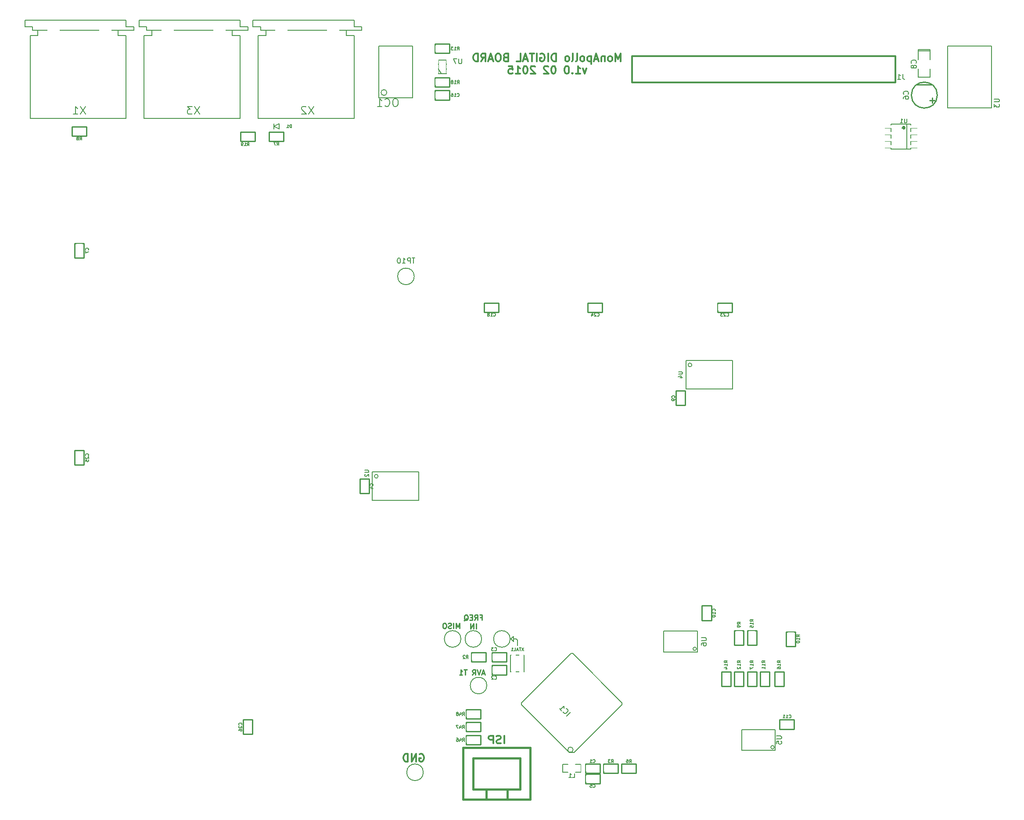
<source format=gbo>
%FSLAX46Y46*%
G04 Gerber Fmt 4.6, Leading zero omitted, Abs format (unit mm)*
G04 Created by KiCad (PCBNEW (2014-09-02 BZR 5112)-product) date 2015-02-12 11:54:12 AM*
%MOMM*%
G01*
G04 APERTURE LIST*
%ADD10C,0.500000*%
%ADD11C,0.300000*%
%ADD12C,0.254000*%
%ADD13C,0.200000*%
%ADD14C,0.250000*%
%ADD15C,0.150000*%
%ADD16C,0.381000*%
%ADD17C,0.304800*%
%ADD18C,0.127000*%
%ADD19C,0.406400*%
%ADD20C,0.066040*%
%ADD21C,0.203200*%
%ADD22C,0.152400*%
%ADD23R,1.270000X1.270000*%
%ADD24C,1.270000*%
%ADD25R,2.052000X1.544000*%
%ADD26R,0.629600X0.782000*%
%ADD27C,2.052000*%
%ADD28R,2.052000X2.052000*%
%ADD29R,1.544000X1.544000*%
%ADD30C,1.544000*%
%ADD31R,1.163000X1.417000*%
%ADD32R,1.520000X1.520000*%
%ADD33R,2.219640X0.619440*%
%ADD34R,0.426400X1.290000*%
%ADD35C,1.420000*%
%ADD36R,0.401000X1.290000*%
%ADD37R,1.020760X0.721040*%
%ADD38R,0.920000X1.420000*%
%ADD39C,2.520000*%
%ADD40C,3.322000*%
%ADD41C,2.020000*%
%ADD42R,0.832800X1.163000*%
%ADD43R,1.163000X0.832800*%
%ADD44O,2.820000X3.520000*%
%ADD45C,1.770000*%
%ADD46R,1.220000X1.220000*%
%ADD47C,1.220000*%
%ADD48C,2.560000*%
G04 APERTURE END LIST*
D10*
D11*
X96964285Y-138678571D02*
X96964285Y-137178571D01*
X96321428Y-138607143D02*
X96107142Y-138678571D01*
X95749999Y-138678571D01*
X95607142Y-138607143D01*
X95535713Y-138535714D01*
X95464285Y-138392857D01*
X95464285Y-138250000D01*
X95535713Y-138107143D01*
X95607142Y-138035714D01*
X95749999Y-137964286D01*
X96035713Y-137892857D01*
X96178571Y-137821429D01*
X96249999Y-137750000D01*
X96321428Y-137607143D01*
X96321428Y-137464286D01*
X96249999Y-137321429D01*
X96178571Y-137250000D01*
X96035713Y-137178571D01*
X95678571Y-137178571D01*
X95464285Y-137250000D01*
X94821428Y-138678571D02*
X94821428Y-137178571D01*
X94250000Y-137178571D01*
X94107142Y-137250000D01*
X94035714Y-137321429D01*
X93964285Y-137464286D01*
X93964285Y-137678571D01*
X94035714Y-137821429D01*
X94107142Y-137892857D01*
X94250000Y-137964286D01*
X94821428Y-137964286D01*
X119428571Y-6978571D02*
X119428571Y-5478571D01*
X118928571Y-6550000D01*
X118428571Y-5478571D01*
X118428571Y-6978571D01*
X117499999Y-6978571D02*
X117642857Y-6907143D01*
X117714285Y-6835714D01*
X117785714Y-6692857D01*
X117785714Y-6264286D01*
X117714285Y-6121429D01*
X117642857Y-6050000D01*
X117499999Y-5978571D01*
X117285714Y-5978571D01*
X117142857Y-6050000D01*
X117071428Y-6121429D01*
X116999999Y-6264286D01*
X116999999Y-6692857D01*
X117071428Y-6835714D01*
X117142857Y-6907143D01*
X117285714Y-6978571D01*
X117499999Y-6978571D01*
X116357142Y-5978571D02*
X116357142Y-6978571D01*
X116357142Y-6121429D02*
X116285714Y-6050000D01*
X116142856Y-5978571D01*
X115928571Y-5978571D01*
X115785714Y-6050000D01*
X115714285Y-6192857D01*
X115714285Y-6978571D01*
X115071428Y-6550000D02*
X114357142Y-6550000D01*
X115214285Y-6978571D02*
X114714285Y-5478571D01*
X114214285Y-6978571D01*
X113714285Y-5978571D02*
X113714285Y-7478571D01*
X113714285Y-6050000D02*
X113571428Y-5978571D01*
X113285714Y-5978571D01*
X113142857Y-6050000D01*
X113071428Y-6121429D01*
X112999999Y-6264286D01*
X112999999Y-6692857D01*
X113071428Y-6835714D01*
X113142857Y-6907143D01*
X113285714Y-6978571D01*
X113571428Y-6978571D01*
X113714285Y-6907143D01*
X112142856Y-6978571D02*
X112285714Y-6907143D01*
X112357142Y-6835714D01*
X112428571Y-6692857D01*
X112428571Y-6264286D01*
X112357142Y-6121429D01*
X112285714Y-6050000D01*
X112142856Y-5978571D01*
X111928571Y-5978571D01*
X111785714Y-6050000D01*
X111714285Y-6121429D01*
X111642856Y-6264286D01*
X111642856Y-6692857D01*
X111714285Y-6835714D01*
X111785714Y-6907143D01*
X111928571Y-6978571D01*
X112142856Y-6978571D01*
X110785713Y-6978571D02*
X110928571Y-6907143D01*
X110999999Y-6764286D01*
X110999999Y-5478571D01*
X109999999Y-6978571D02*
X110142857Y-6907143D01*
X110214285Y-6764286D01*
X110214285Y-5478571D01*
X109214285Y-6978571D02*
X109357143Y-6907143D01*
X109428571Y-6835714D01*
X109500000Y-6692857D01*
X109500000Y-6264286D01*
X109428571Y-6121429D01*
X109357143Y-6050000D01*
X109214285Y-5978571D01*
X109000000Y-5978571D01*
X108857143Y-6050000D01*
X108785714Y-6121429D01*
X108714285Y-6264286D01*
X108714285Y-6692857D01*
X108785714Y-6835714D01*
X108857143Y-6907143D01*
X109000000Y-6978571D01*
X109214285Y-6978571D01*
X106928571Y-6978571D02*
X106928571Y-5478571D01*
X106571428Y-5478571D01*
X106357143Y-5550000D01*
X106214285Y-5692857D01*
X106142857Y-5835714D01*
X106071428Y-6121429D01*
X106071428Y-6335714D01*
X106142857Y-6621429D01*
X106214285Y-6764286D01*
X106357143Y-6907143D01*
X106571428Y-6978571D01*
X106928571Y-6978571D01*
X105428571Y-6978571D02*
X105428571Y-5478571D01*
X103928571Y-5550000D02*
X104071428Y-5478571D01*
X104285714Y-5478571D01*
X104499999Y-5550000D01*
X104642857Y-5692857D01*
X104714285Y-5835714D01*
X104785714Y-6121429D01*
X104785714Y-6335714D01*
X104714285Y-6621429D01*
X104642857Y-6764286D01*
X104499999Y-6907143D01*
X104285714Y-6978571D01*
X104142857Y-6978571D01*
X103928571Y-6907143D01*
X103857142Y-6835714D01*
X103857142Y-6335714D01*
X104142857Y-6335714D01*
X103214285Y-6978571D02*
X103214285Y-5478571D01*
X102714285Y-5478571D02*
X101857142Y-5478571D01*
X102285713Y-6978571D02*
X102285713Y-5478571D01*
X101428571Y-6550000D02*
X100714285Y-6550000D01*
X101571428Y-6978571D02*
X101071428Y-5478571D01*
X100571428Y-6978571D01*
X99357142Y-6978571D02*
X100071428Y-6978571D01*
X100071428Y-5478571D01*
X97214285Y-6192857D02*
X96999999Y-6264286D01*
X96928571Y-6335714D01*
X96857142Y-6478571D01*
X96857142Y-6692857D01*
X96928571Y-6835714D01*
X96999999Y-6907143D01*
X97142857Y-6978571D01*
X97714285Y-6978571D01*
X97714285Y-5478571D01*
X97214285Y-5478571D01*
X97071428Y-5550000D01*
X96999999Y-5621429D01*
X96928571Y-5764286D01*
X96928571Y-5907143D01*
X96999999Y-6050000D01*
X97071428Y-6121429D01*
X97214285Y-6192857D01*
X97714285Y-6192857D01*
X95928571Y-5478571D02*
X95642857Y-5478571D01*
X95499999Y-5550000D01*
X95357142Y-5692857D01*
X95285714Y-5978571D01*
X95285714Y-6478571D01*
X95357142Y-6764286D01*
X95499999Y-6907143D01*
X95642857Y-6978571D01*
X95928571Y-6978571D01*
X96071428Y-6907143D01*
X96214285Y-6764286D01*
X96285714Y-6478571D01*
X96285714Y-5978571D01*
X96214285Y-5692857D01*
X96071428Y-5550000D01*
X95928571Y-5478571D01*
X94714285Y-6550000D02*
X93999999Y-6550000D01*
X94857142Y-6978571D02*
X94357142Y-5478571D01*
X93857142Y-6978571D01*
X92499999Y-6978571D02*
X92999999Y-6264286D01*
X93357142Y-6978571D02*
X93357142Y-5478571D01*
X92785714Y-5478571D01*
X92642856Y-5550000D01*
X92571428Y-5621429D01*
X92499999Y-5764286D01*
X92499999Y-5978571D01*
X92571428Y-6121429D01*
X92642856Y-6192857D01*
X92785714Y-6264286D01*
X93357142Y-6264286D01*
X91857142Y-6978571D02*
X91857142Y-5478571D01*
X91499999Y-5478571D01*
X91285714Y-5550000D01*
X91142856Y-5692857D01*
X91071428Y-5835714D01*
X90999999Y-6121429D01*
X90999999Y-6335714D01*
X91071428Y-6621429D01*
X91142856Y-6764286D01*
X91285714Y-6907143D01*
X91499999Y-6978571D01*
X91857142Y-6978571D01*
X112821426Y-8378571D02*
X112464283Y-9378571D01*
X112107141Y-8378571D01*
X110749998Y-9378571D02*
X111607141Y-9378571D01*
X111178569Y-9378571D02*
X111178569Y-7878571D01*
X111321426Y-8092857D01*
X111464284Y-8235714D01*
X111607141Y-8307143D01*
X110107141Y-9235714D02*
X110035713Y-9307143D01*
X110107141Y-9378571D01*
X110178570Y-9307143D01*
X110107141Y-9235714D01*
X110107141Y-9378571D01*
X109107141Y-7878571D02*
X108964284Y-7878571D01*
X108821427Y-7950000D01*
X108749998Y-8021429D01*
X108678569Y-8164286D01*
X108607141Y-8450000D01*
X108607141Y-8807143D01*
X108678569Y-9092857D01*
X108749998Y-9235714D01*
X108821427Y-9307143D01*
X108964284Y-9378571D01*
X109107141Y-9378571D01*
X109249998Y-9307143D01*
X109321427Y-9235714D01*
X109392855Y-9092857D01*
X109464284Y-8807143D01*
X109464284Y-8450000D01*
X109392855Y-8164286D01*
X109321427Y-8021429D01*
X109249998Y-7950000D01*
X109107141Y-7878571D01*
X106535713Y-7878571D02*
X106392856Y-7878571D01*
X106249999Y-7950000D01*
X106178570Y-8021429D01*
X106107141Y-8164286D01*
X106035713Y-8450000D01*
X106035713Y-8807143D01*
X106107141Y-9092857D01*
X106178570Y-9235714D01*
X106249999Y-9307143D01*
X106392856Y-9378571D01*
X106535713Y-9378571D01*
X106678570Y-9307143D01*
X106749999Y-9235714D01*
X106821427Y-9092857D01*
X106892856Y-8807143D01*
X106892856Y-8450000D01*
X106821427Y-8164286D01*
X106749999Y-8021429D01*
X106678570Y-7950000D01*
X106535713Y-7878571D01*
X105464285Y-8021429D02*
X105392856Y-7950000D01*
X105249999Y-7878571D01*
X104892856Y-7878571D01*
X104749999Y-7950000D01*
X104678570Y-8021429D01*
X104607142Y-8164286D01*
X104607142Y-8307143D01*
X104678570Y-8521429D01*
X105535713Y-9378571D01*
X104607142Y-9378571D01*
X102892857Y-8021429D02*
X102821428Y-7950000D01*
X102678571Y-7878571D01*
X102321428Y-7878571D01*
X102178571Y-7950000D01*
X102107142Y-8021429D01*
X102035714Y-8164286D01*
X102035714Y-8307143D01*
X102107142Y-8521429D01*
X102964285Y-9378571D01*
X102035714Y-9378571D01*
X101107143Y-7878571D02*
X100964286Y-7878571D01*
X100821429Y-7950000D01*
X100750000Y-8021429D01*
X100678571Y-8164286D01*
X100607143Y-8450000D01*
X100607143Y-8807143D01*
X100678571Y-9092857D01*
X100750000Y-9235714D01*
X100821429Y-9307143D01*
X100964286Y-9378571D01*
X101107143Y-9378571D01*
X101250000Y-9307143D01*
X101321429Y-9235714D01*
X101392857Y-9092857D01*
X101464286Y-8807143D01*
X101464286Y-8450000D01*
X101392857Y-8164286D01*
X101321429Y-8021429D01*
X101250000Y-7950000D01*
X101107143Y-7878571D01*
X99178572Y-9378571D02*
X100035715Y-9378571D01*
X99607143Y-9378571D02*
X99607143Y-7878571D01*
X99750000Y-8092857D01*
X99892858Y-8235714D01*
X100035715Y-8307143D01*
X97821429Y-7878571D02*
X98535715Y-7878571D01*
X98607144Y-8592857D01*
X98535715Y-8521429D01*
X98392858Y-8450000D01*
X98035715Y-8450000D01*
X97892858Y-8521429D01*
X97821429Y-8592857D01*
X97750001Y-8735714D01*
X97750001Y-9092857D01*
X97821429Y-9235714D01*
X97892858Y-9307143D01*
X98035715Y-9378571D01*
X98392858Y-9378571D01*
X98535715Y-9307143D01*
X98607144Y-9235714D01*
D12*
X88346571Y-116459619D02*
X88346571Y-115443619D01*
X88007905Y-116169333D01*
X87669238Y-115443619D01*
X87669238Y-116459619D01*
X87185428Y-116459619D02*
X87185428Y-115443619D01*
X86749999Y-116411238D02*
X86604856Y-116459619D01*
X86362952Y-116459619D01*
X86266190Y-116411238D01*
X86217809Y-116362857D01*
X86169428Y-116266095D01*
X86169428Y-116169333D01*
X86217809Y-116072571D01*
X86266190Y-116024190D01*
X86362952Y-115975810D01*
X86556475Y-115927429D01*
X86653237Y-115879048D01*
X86701618Y-115830667D01*
X86749999Y-115733905D01*
X86749999Y-115637143D01*
X86701618Y-115540381D01*
X86653237Y-115492000D01*
X86556475Y-115443619D01*
X86314571Y-115443619D01*
X86169428Y-115492000D01*
X85540475Y-115443619D02*
X85346952Y-115443619D01*
X85250190Y-115492000D01*
X85153428Y-115588762D01*
X85105047Y-115782286D01*
X85105047Y-116120952D01*
X85153428Y-116314476D01*
X85250190Y-116411238D01*
X85346952Y-116459619D01*
X85540475Y-116459619D01*
X85637237Y-116411238D01*
X85733999Y-116314476D01*
X85782380Y-116120952D01*
X85782380Y-115782286D01*
X85733999Y-115588762D01*
X85637237Y-115492000D01*
X85540475Y-115443619D01*
X92354667Y-114339229D02*
X92693333Y-114339229D01*
X92693333Y-114871419D02*
X92693333Y-113855419D01*
X92209524Y-113855419D01*
X91241905Y-114871419D02*
X91580571Y-114387610D01*
X91822476Y-114871419D02*
X91822476Y-113855419D01*
X91435429Y-113855419D01*
X91338667Y-113903800D01*
X91290286Y-113952181D01*
X91241905Y-114048943D01*
X91241905Y-114194086D01*
X91290286Y-114290848D01*
X91338667Y-114339229D01*
X91435429Y-114387610D01*
X91822476Y-114387610D01*
X90806476Y-114339229D02*
X90467810Y-114339229D01*
X90322667Y-114871419D02*
X90806476Y-114871419D01*
X90806476Y-113855419D01*
X90322667Y-113855419D01*
X89209905Y-114968181D02*
X89306667Y-114919800D01*
X89403429Y-114823038D01*
X89548572Y-114677895D01*
X89645333Y-114629514D01*
X89742095Y-114629514D01*
X89693714Y-114871419D02*
X89790476Y-114823038D01*
X89887238Y-114726276D01*
X89935619Y-114532752D01*
X89935619Y-114194086D01*
X89887238Y-114000562D01*
X89790476Y-113903800D01*
X89693714Y-113855419D01*
X89500191Y-113855419D01*
X89403429Y-113903800D01*
X89306667Y-114000562D01*
X89258286Y-114194086D01*
X89258286Y-114532752D01*
X89306667Y-114726276D01*
X89403429Y-114823038D01*
X89500191Y-114871419D01*
X89693714Y-114871419D01*
X91532190Y-116547819D02*
X91532190Y-115531819D01*
X91048380Y-116547819D02*
X91048380Y-115531819D01*
X90467809Y-116547819D01*
X90467809Y-115531819D01*
D13*
X98750000Y-118500000D02*
X99250000Y-118500000D01*
X98750000Y-119000000D02*
X98250000Y-118500000D01*
X98750000Y-118000000D02*
X98750000Y-119000000D01*
X98250000Y-118500000D02*
X98750000Y-118000000D01*
X99500000Y-118750000D02*
X99500000Y-119750000D01*
X99250000Y-118500000D02*
X99500000Y-118750000D01*
D12*
X93193237Y-125169333D02*
X92709428Y-125169333D01*
X93289999Y-125459619D02*
X92951332Y-124443619D01*
X92612666Y-125459619D01*
X92419142Y-124443619D02*
X92080475Y-125459619D01*
X91741809Y-124443619D01*
X90822571Y-125459619D02*
X91161237Y-124975810D01*
X91403142Y-125459619D02*
X91403142Y-124443619D01*
X91016095Y-124443619D01*
X90919333Y-124492000D01*
X90870952Y-124540381D01*
X90822571Y-124637143D01*
X90822571Y-124782286D01*
X90870952Y-124879048D01*
X90919333Y-124927429D01*
X91016095Y-124975810D01*
X91403142Y-124975810D01*
X89758190Y-124443619D02*
X89177619Y-124443619D01*
X89467904Y-125459619D02*
X89467904Y-124443619D01*
X88306762Y-125459619D02*
X88887333Y-125459619D01*
X88597047Y-125459619D02*
X88597047Y-124443619D01*
X88693809Y-124588762D01*
X88790571Y-124685524D01*
X88887333Y-124733905D01*
D11*
X80642857Y-140750000D02*
X80785714Y-140678571D01*
X81000000Y-140678571D01*
X81214285Y-140750000D01*
X81357143Y-140892857D01*
X81428571Y-141035714D01*
X81500000Y-141321429D01*
X81500000Y-141535714D01*
X81428571Y-141821429D01*
X81357143Y-141964286D01*
X81214285Y-142107143D01*
X81000000Y-142178571D01*
X80857143Y-142178571D01*
X80642857Y-142107143D01*
X80571428Y-142035714D01*
X80571428Y-141535714D01*
X80857143Y-141535714D01*
X79928571Y-142178571D02*
X79928571Y-140678571D01*
X79071428Y-142178571D01*
X79071428Y-140678571D01*
X78357142Y-142178571D02*
X78357142Y-140678571D01*
X77999999Y-140678571D01*
X77785714Y-140750000D01*
X77642856Y-140892857D01*
X77571428Y-141035714D01*
X77499999Y-141321429D01*
X77499999Y-141535714D01*
X77571428Y-141821429D01*
X77642856Y-141964286D01*
X77785714Y-142107143D01*
X77999999Y-142178571D01*
X78357142Y-142178571D01*
D14*
X179500000Y-14000000D02*
X179500000Y-15000000D01*
X180000000Y-14500000D02*
X179000000Y-14500000D01*
X179500000Y-11500000D02*
X176500000Y-11500000D01*
X180500000Y-13500000D02*
G75*
G03X180500000Y-13500000I-2500000J0D01*
G74*
G01*
D15*
X176857000Y-4960000D02*
X176857000Y-4706000D01*
X176857000Y-4706000D02*
X179143000Y-4706000D01*
X179143000Y-4706000D02*
X179143000Y-4960000D01*
X176857000Y-4960000D02*
X179143000Y-4960000D01*
X179143000Y-4960000D02*
X179143000Y-6611000D01*
X176857000Y-8389000D02*
X176857000Y-10040000D01*
X176857000Y-10040000D02*
X179143000Y-10040000D01*
X179143000Y-10040000D02*
X179143000Y-8389000D01*
X176857000Y-6611000D02*
X176857000Y-4960000D01*
X52492000Y-18992000D02*
X52492000Y-20008000D01*
X53508000Y-18992000D02*
X53508000Y-20008000D01*
X53508000Y-20008000D02*
X52492000Y-19500000D01*
X52492000Y-19500000D02*
X53508000Y-18992000D01*
X110238592Y-139890454D02*
G75*
G03X110238592Y-139890454I-508000J0D01*
G74*
G01*
X110449013Y-140429269D02*
X109550987Y-140429269D01*
X100301323Y-130820395D02*
X100301323Y-131179605D01*
X109820395Y-121301323D02*
X110179605Y-121301323D01*
X119698677Y-130820395D02*
X119698677Y-131179605D01*
X109550987Y-140429269D02*
X100301323Y-131179605D01*
X100301323Y-130820395D02*
X109820395Y-121301323D01*
X110179605Y-121301323D02*
X119698677Y-130820395D01*
X119698677Y-131179605D02*
X110449013Y-140429269D01*
D16*
X93468000Y-147548000D02*
X93468000Y-149326000D01*
X97532000Y-147548000D02*
X97532000Y-149326000D01*
X90999120Y-147499740D02*
X90999120Y-141500260D01*
X90999120Y-141500260D02*
X100000880Y-141500260D01*
X100000880Y-141500260D02*
X100000880Y-147499740D01*
X100000880Y-147499740D02*
X90999120Y-147499740D01*
X101999860Y-144500000D02*
X101999860Y-149501260D01*
X101999860Y-149501260D02*
X89000140Y-149501260D01*
X89000140Y-149501260D02*
X89000140Y-139498740D01*
X89000140Y-139498740D02*
X101999860Y-139498740D01*
X101999860Y-139498740D02*
X101999860Y-141500260D01*
X101999860Y-141500260D02*
X101999860Y-144500000D01*
D17*
X121600000Y-11040000D02*
X172400000Y-11040000D01*
X121600000Y-5960000D02*
X172400000Y-5960000D01*
X121600000Y-5960000D02*
X121600000Y-11040000D01*
X172400000Y-5960000D02*
X172400000Y-11040000D01*
D18*
X109288800Y-142738000D02*
X108272800Y-142738000D01*
X108272800Y-142738000D02*
X108272800Y-144262000D01*
X108272800Y-144262000D02*
X109288800Y-144262000D01*
X110711200Y-144262000D02*
X111727200Y-144262000D01*
X111727200Y-144262000D02*
X111727200Y-142738000D01*
X111727200Y-142738000D02*
X110711200Y-142738000D01*
D15*
X74309017Y-13000000D02*
G75*
G03X74309017Y-13000000I-559017J0D01*
G74*
G01*
X76000000Y-14000000D02*
X79250000Y-14000000D01*
X79250000Y-14000000D02*
X79250000Y-4000000D01*
X79250000Y-4000000D02*
X72750000Y-4000000D01*
X72750000Y-4000000D02*
X72750000Y-14000000D01*
X72750000Y-14000000D02*
X76000000Y-14000000D01*
D19*
X174160605Y-19792000D02*
G75*
G03X174160605Y-19792000I-179605J0D01*
G74*
G01*
D20*
X176598800Y-19351160D02*
X176598800Y-19841380D01*
X176598800Y-19841380D02*
X175498980Y-19841380D01*
X175498980Y-19351160D02*
X175498980Y-19841380D01*
X176598800Y-19351160D02*
X175498980Y-19351160D01*
X176598800Y-20621160D02*
X176598800Y-21111380D01*
X176598800Y-21111380D02*
X175498980Y-21111380D01*
X175498980Y-20621160D02*
X175498980Y-21111380D01*
X176598800Y-20621160D02*
X175498980Y-20621160D01*
X176598800Y-21888620D02*
X176598800Y-22378840D01*
X176598800Y-22378840D02*
X175498980Y-22378840D01*
X175498980Y-21888620D02*
X175498980Y-22378840D01*
X176598800Y-21888620D02*
X175498980Y-21888620D01*
X176598800Y-23158620D02*
X176598800Y-23648840D01*
X176598800Y-23648840D02*
X175498980Y-23648840D01*
X175498980Y-23158620D02*
X175498980Y-23648840D01*
X176598800Y-23158620D02*
X175498980Y-23158620D01*
X171501020Y-23158620D02*
X171501020Y-23648840D01*
X171501020Y-23648840D02*
X170401200Y-23648840D01*
X170401200Y-23158620D02*
X170401200Y-23648840D01*
X171501020Y-23158620D02*
X170401200Y-23158620D01*
X171501020Y-21888620D02*
X171501020Y-22378840D01*
X171501020Y-22378840D02*
X170401200Y-22378840D01*
X170401200Y-21888620D02*
X170401200Y-22378840D01*
X171501020Y-21888620D02*
X170401200Y-21888620D01*
X171501020Y-20621160D02*
X171501020Y-21111380D01*
X171501020Y-21111380D02*
X170401200Y-21111380D01*
X170401200Y-20621160D02*
X170401200Y-21111380D01*
X171501020Y-20621160D02*
X170401200Y-20621160D01*
X171501020Y-19351160D02*
X171501020Y-19841380D01*
X171501020Y-19841380D02*
X170401200Y-19841380D01*
X170401200Y-19351160D02*
X170401200Y-19841380D01*
X171501020Y-19351160D02*
X170401200Y-19351160D01*
D21*
X171600080Y-23897760D02*
X174899540Y-23897760D01*
X174899540Y-23897760D02*
X175399920Y-23897760D01*
X175399920Y-23897760D02*
X175399920Y-19102240D01*
X175399920Y-19102240D02*
X174899540Y-19102240D01*
X174899540Y-19102240D02*
X171600080Y-19102240D01*
X171600080Y-19102240D02*
X171600080Y-23897760D01*
X174645540Y-23897760D02*
X174645540Y-19102240D01*
D15*
X71500000Y-91750000D02*
X71500000Y-86250000D01*
X71500000Y-86250000D02*
X80500000Y-86250000D01*
X80500000Y-86250000D02*
X80500000Y-91750000D01*
X80500000Y-91750000D02*
X71500000Y-91750000D01*
D18*
X72637210Y-87091000D02*
G75*
G03X72637210Y-87091000I-359210J0D01*
G74*
G01*
D15*
X182500000Y-10000000D02*
X182500000Y-16000000D01*
X182500000Y-16000000D02*
X191000000Y-16000000D01*
X191000000Y-16000000D02*
X191000000Y-4000000D01*
X191000000Y-4000000D02*
X182500000Y-4000000D01*
X182500000Y-4000000D02*
X182500000Y-10000000D01*
X132000000Y-70250000D02*
X132000000Y-64750000D01*
X132000000Y-64750000D02*
X141000000Y-64750000D01*
X141000000Y-64750000D02*
X141000000Y-70250000D01*
X141000000Y-70250000D02*
X132000000Y-70250000D01*
D18*
X133137210Y-65591000D02*
G75*
G03X133137210Y-65591000I-359210J0D01*
G74*
G01*
D15*
X149250000Y-136000000D02*
X149250000Y-140000000D01*
X149250000Y-140000000D02*
X142750000Y-140000000D01*
X142750000Y-140000000D02*
X142750000Y-136000000D01*
X142750000Y-136000000D02*
X149250000Y-136000000D01*
X149027459Y-139408240D02*
G75*
G03X149027459Y-139408240I-325279J0D01*
G74*
G01*
X134250000Y-117000000D02*
X134250000Y-121000000D01*
X134250000Y-121000000D02*
X127750000Y-121000000D01*
X127750000Y-121000000D02*
X127750000Y-117000000D01*
X127750000Y-117000000D02*
X134250000Y-117000000D01*
X134027459Y-120408240D02*
G75*
G03X134027459Y-120408240I-325279J0D01*
G74*
G01*
X84238000Y-8508000D02*
X84746000Y-9270000D01*
X84238000Y-6730000D02*
X84238000Y-9333500D01*
X84238000Y-9333500D02*
X85762000Y-9333500D01*
X85762000Y-9333500D02*
X85762000Y-6730000D01*
X85762000Y-6730000D02*
X84238000Y-6730000D01*
X99500000Y-121650000D02*
X98200000Y-121650000D01*
X98200000Y-121650000D02*
X98200000Y-124850000D01*
X98200000Y-124850000D02*
X100800000Y-124850000D01*
X100800000Y-124850000D02*
X100800000Y-121650000D01*
X100800000Y-121650000D02*
X99500000Y-121650000D01*
X88600000Y-118500000D02*
G75*
G03X88600000Y-118500000I-1600000J0D01*
G74*
G01*
X79600000Y-48500000D02*
G75*
G03X79600000Y-48500000I-1600000J0D01*
G74*
G01*
X98100000Y-118500000D02*
G75*
G03X98100000Y-118500000I-1600000J0D01*
G74*
G01*
X92600000Y-118500000D02*
G75*
G03X92600000Y-118500000I-1600000J0D01*
G74*
G01*
X93600000Y-127500000D02*
G75*
G03X93600000Y-127500000I-1600000J0D01*
G74*
G01*
D12*
X115400000Y-144400000D02*
X112600000Y-144400000D01*
X112600000Y-144400000D02*
X112600000Y-142600000D01*
X112600000Y-142600000D02*
X115400000Y-142600000D01*
X115400000Y-142600000D02*
X115400000Y-144400000D01*
X94600000Y-123600000D02*
X97400000Y-123600000D01*
X97400000Y-123600000D02*
X97400000Y-125400000D01*
X97400000Y-125400000D02*
X94600000Y-125400000D01*
X94600000Y-125400000D02*
X94600000Y-123600000D01*
X94600000Y-121100000D02*
X97400000Y-121100000D01*
X97400000Y-121100000D02*
X97400000Y-122900000D01*
X97400000Y-122900000D02*
X94600000Y-122900000D01*
X94600000Y-122900000D02*
X94600000Y-121100000D01*
X69100000Y-90400000D02*
X69100000Y-87600000D01*
X69100000Y-87600000D02*
X70900000Y-87600000D01*
X70900000Y-87600000D02*
X70900000Y-90400000D01*
X70900000Y-90400000D02*
X69100000Y-90400000D01*
X112600000Y-144600000D02*
X115400000Y-144600000D01*
X115400000Y-144600000D02*
X115400000Y-146400000D01*
X115400000Y-146400000D02*
X112600000Y-146400000D01*
X112600000Y-146400000D02*
X112600000Y-144600000D01*
X15900000Y-42100000D02*
X15900000Y-44900000D01*
X15900000Y-44900000D02*
X14100000Y-44900000D01*
X14100000Y-44900000D02*
X14100000Y-42100000D01*
X14100000Y-42100000D02*
X15900000Y-42100000D01*
X131900000Y-70600000D02*
X131900000Y-73400000D01*
X131900000Y-73400000D02*
X130100000Y-73400000D01*
X130100000Y-73400000D02*
X130100000Y-70600000D01*
X130100000Y-70600000D02*
X131900000Y-70600000D01*
X135100000Y-114900000D02*
X135100000Y-112100000D01*
X135100000Y-112100000D02*
X136900000Y-112100000D01*
X136900000Y-112100000D02*
X136900000Y-114900000D01*
X136900000Y-114900000D02*
X135100000Y-114900000D01*
X150100000Y-134100000D02*
X152900000Y-134100000D01*
X152900000Y-134100000D02*
X152900000Y-135900000D01*
X152900000Y-135900000D02*
X150100000Y-135900000D01*
X150100000Y-135900000D02*
X150100000Y-134100000D01*
X83600000Y-12600000D02*
X86400000Y-12600000D01*
X86400000Y-12600000D02*
X86400000Y-14400000D01*
X86400000Y-14400000D02*
X83600000Y-14400000D01*
X83600000Y-14400000D02*
X83600000Y-12600000D01*
X93100000Y-53600000D02*
X95900000Y-53600000D01*
X95900000Y-53600000D02*
X95900000Y-55400000D01*
X95900000Y-55400000D02*
X93100000Y-55400000D01*
X93100000Y-55400000D02*
X93100000Y-53600000D01*
X138100000Y-53600000D02*
X140900000Y-53600000D01*
X140900000Y-53600000D02*
X140900000Y-55400000D01*
X140900000Y-55400000D02*
X138100000Y-55400000D01*
X138100000Y-55400000D02*
X138100000Y-53600000D01*
X113100000Y-53600000D02*
X115900000Y-53600000D01*
X115900000Y-53600000D02*
X115900000Y-55400000D01*
X115900000Y-55400000D02*
X113100000Y-55400000D01*
X113100000Y-55400000D02*
X113100000Y-53600000D01*
X15900000Y-82100000D02*
X15900000Y-84900000D01*
X15900000Y-84900000D02*
X14100000Y-84900000D01*
X14100000Y-84900000D02*
X14100000Y-82100000D01*
X14100000Y-82100000D02*
X15900000Y-82100000D01*
X48400000Y-134100000D02*
X48400000Y-136900000D01*
X48400000Y-136900000D02*
X46600000Y-136900000D01*
X46600000Y-136900000D02*
X46600000Y-134100000D01*
X46600000Y-134100000D02*
X48400000Y-134100000D01*
X90600000Y-121100000D02*
X93400000Y-121100000D01*
X93400000Y-121100000D02*
X93400000Y-122900000D01*
X93400000Y-122900000D02*
X90600000Y-122900000D01*
X90600000Y-122900000D02*
X90600000Y-121100000D01*
X118900000Y-144400000D02*
X116100000Y-144400000D01*
X116100000Y-144400000D02*
X116100000Y-142600000D01*
X116100000Y-142600000D02*
X118900000Y-142600000D01*
X118900000Y-142600000D02*
X118900000Y-144400000D01*
X122400000Y-144400000D02*
X119600000Y-144400000D01*
X119600000Y-144400000D02*
X119600000Y-142600000D01*
X119600000Y-142600000D02*
X122400000Y-142600000D01*
X122400000Y-142600000D02*
X122400000Y-144400000D01*
X51600000Y-20600000D02*
X54400000Y-20600000D01*
X54400000Y-20600000D02*
X54400000Y-22400000D01*
X54400000Y-22400000D02*
X51600000Y-22400000D01*
X51600000Y-22400000D02*
X51600000Y-20600000D01*
X13600000Y-19600000D02*
X16400000Y-19600000D01*
X16400000Y-19600000D02*
X16400000Y-21400000D01*
X16400000Y-21400000D02*
X13600000Y-21400000D01*
X13600000Y-21400000D02*
X13600000Y-19600000D01*
X141350000Y-119650000D02*
X141350000Y-116850000D01*
X141350000Y-116850000D02*
X143150000Y-116850000D01*
X143150000Y-116850000D02*
X143150000Y-119650000D01*
X143150000Y-119650000D02*
X141350000Y-119650000D01*
X151350000Y-119900000D02*
X151350000Y-117100000D01*
X151350000Y-117100000D02*
X153150000Y-117100000D01*
X153150000Y-117100000D02*
X153150000Y-119900000D01*
X153150000Y-119900000D02*
X151350000Y-119900000D01*
X146350000Y-127650000D02*
X146350000Y-124850000D01*
X146350000Y-124850000D02*
X148150000Y-124850000D01*
X148150000Y-124850000D02*
X148150000Y-127650000D01*
X148150000Y-127650000D02*
X146350000Y-127650000D01*
X141350000Y-127650000D02*
X141350000Y-124850000D01*
X141350000Y-124850000D02*
X143150000Y-124850000D01*
X143150000Y-124850000D02*
X143150000Y-127650000D01*
X143150000Y-127650000D02*
X141350000Y-127650000D01*
X83600000Y-3600000D02*
X86400000Y-3600000D01*
X86400000Y-3600000D02*
X86400000Y-5400000D01*
X86400000Y-5400000D02*
X83600000Y-5400000D01*
X83600000Y-5400000D02*
X83600000Y-3600000D01*
X138850000Y-127650000D02*
X138850000Y-124850000D01*
X138850000Y-124850000D02*
X140650000Y-124850000D01*
X140650000Y-124850000D02*
X140650000Y-127650000D01*
X140650000Y-127650000D02*
X138850000Y-127650000D01*
X143850000Y-119650000D02*
X143850000Y-116850000D01*
X143850000Y-116850000D02*
X145650000Y-116850000D01*
X145650000Y-116850000D02*
X145650000Y-119650000D01*
X145650000Y-119650000D02*
X143850000Y-119650000D01*
X149100000Y-127650000D02*
X149100000Y-124850000D01*
X149100000Y-124850000D02*
X150900000Y-124850000D01*
X150900000Y-124850000D02*
X150900000Y-127650000D01*
X150900000Y-127650000D02*
X149100000Y-127650000D01*
X143850000Y-127650000D02*
X143850000Y-124850000D01*
X143850000Y-124850000D02*
X145650000Y-124850000D01*
X145650000Y-124850000D02*
X145650000Y-127650000D01*
X145650000Y-127650000D02*
X143850000Y-127650000D01*
X83600000Y-10100000D02*
X86400000Y-10100000D01*
X86400000Y-10100000D02*
X86400000Y-11900000D01*
X86400000Y-11900000D02*
X83600000Y-11900000D01*
X83600000Y-11900000D02*
X83600000Y-10100000D01*
X48900000Y-22400000D02*
X46100000Y-22400000D01*
X46100000Y-22400000D02*
X46100000Y-20600000D01*
X46100000Y-20600000D02*
X48900000Y-20600000D01*
X48900000Y-20600000D02*
X48900000Y-22400000D01*
X89600000Y-137100000D02*
X92400000Y-137100000D01*
X92400000Y-137100000D02*
X92400000Y-138900000D01*
X92400000Y-138900000D02*
X89600000Y-138900000D01*
X89600000Y-138900000D02*
X89600000Y-137100000D01*
X89600000Y-134600000D02*
X92400000Y-134600000D01*
X92400000Y-134600000D02*
X92400000Y-136400000D01*
X92400000Y-136400000D02*
X89600000Y-136400000D01*
X89600000Y-136400000D02*
X89600000Y-134600000D01*
X89600000Y-132100000D02*
X92400000Y-132100000D01*
X92400000Y-132100000D02*
X92400000Y-133900000D01*
X92400000Y-133900000D02*
X89600000Y-133900000D01*
X89600000Y-133900000D02*
X89600000Y-132100000D01*
D13*
X26500000Y-300000D02*
X26500000Y1000000D01*
X46000000Y-300000D02*
X46000000Y1000000D01*
X46000000Y-18000000D02*
X46000000Y-2000000D01*
X46000000Y-2000000D02*
X44500000Y-2000000D01*
X44500000Y-2000000D02*
X44500000Y-1000000D01*
X27500000Y-18000000D02*
X27500000Y-2000000D01*
X27500000Y-2000000D02*
X28000000Y-2000000D01*
X28000000Y-2000000D02*
X29000000Y-2000000D01*
X29000000Y-2000000D02*
X29000000Y-1000000D01*
X47500000Y-1000000D02*
X28000000Y-1000000D01*
X28000000Y-300000D02*
X28000000Y-1000000D01*
X46000000Y-300000D02*
X47500000Y-300000D01*
X26500000Y-300000D02*
X28000000Y-300000D01*
X46000000Y-18000000D02*
X27500000Y-18000000D01*
X47500000Y-1000000D02*
X47500000Y-300000D01*
X26500000Y1000000D02*
X46000000Y1000000D01*
X48500000Y-300000D02*
X48500000Y1000000D01*
X68000000Y-300000D02*
X68000000Y1000000D01*
X68000000Y-18000000D02*
X68000000Y-2000000D01*
X68000000Y-2000000D02*
X66500000Y-2000000D01*
X66500000Y-2000000D02*
X66500000Y-1000000D01*
X49500000Y-18000000D02*
X49500000Y-2000000D01*
X49500000Y-2000000D02*
X50000000Y-2000000D01*
X50000000Y-2000000D02*
X51000000Y-2000000D01*
X51000000Y-2000000D02*
X51000000Y-1000000D01*
X69500000Y-1000000D02*
X50000000Y-1000000D01*
X50000000Y-300000D02*
X50000000Y-1000000D01*
X68000000Y-300000D02*
X69500000Y-300000D01*
X48500000Y-300000D02*
X50000000Y-300000D01*
X68000000Y-18000000D02*
X49500000Y-18000000D01*
X69500000Y-1000000D02*
X69500000Y-300000D01*
X48500000Y1000000D02*
X68000000Y1000000D01*
X4500000Y-300000D02*
X4500000Y1000000D01*
X24000000Y-300000D02*
X24000000Y1000000D01*
X24000000Y-18000000D02*
X24000000Y-2000000D01*
X24000000Y-2000000D02*
X22500000Y-2000000D01*
X22500000Y-2000000D02*
X22500000Y-1000000D01*
X5500000Y-18000000D02*
X5500000Y-2000000D01*
X5500000Y-2000000D02*
X6000000Y-2000000D01*
X6000000Y-2000000D02*
X7000000Y-2000000D01*
X7000000Y-2000000D02*
X7000000Y-1000000D01*
X25500000Y-1000000D02*
X6000000Y-1000000D01*
X6000000Y-300000D02*
X6000000Y-1000000D01*
X24000000Y-300000D02*
X25500000Y-300000D01*
X4500000Y-300000D02*
X6000000Y-300000D01*
X24000000Y-18000000D02*
X5500000Y-18000000D01*
X25500000Y-1000000D02*
X25500000Y-300000D01*
X4500000Y1000000D02*
X24000000Y1000000D01*
D15*
X81350000Y-144250000D02*
G75*
G03X81350000Y-144250000I-1600000J0D01*
G74*
G01*
X174857143Y-13333334D02*
X174904762Y-13285715D01*
X174952381Y-13142858D01*
X174952381Y-13047620D01*
X174904762Y-12904762D01*
X174809524Y-12809524D01*
X174714286Y-12761905D01*
X174523810Y-12714286D01*
X174380952Y-12714286D01*
X174190476Y-12761905D01*
X174095238Y-12809524D01*
X174000000Y-12904762D01*
X173952381Y-13047620D01*
X173952381Y-13142858D01*
X174000000Y-13285715D01*
X174047619Y-13333334D01*
X173952381Y-14190477D02*
X173952381Y-14000000D01*
X174000000Y-13904762D01*
X174047619Y-13857143D01*
X174190476Y-13761905D01*
X174380952Y-13714286D01*
X174761905Y-13714286D01*
X174857143Y-13761905D01*
X174904762Y-13809524D01*
X174952381Y-13904762D01*
X174952381Y-14095239D01*
X174904762Y-14190477D01*
X174857143Y-14238096D01*
X174761905Y-14285715D01*
X174523810Y-14285715D01*
X174428571Y-14238096D01*
X174380952Y-14190477D01*
X174333333Y-14095239D01*
X174333333Y-13904762D01*
X174380952Y-13809524D01*
X174428571Y-13761905D01*
X174523810Y-13714286D01*
X176357143Y-7333334D02*
X176404762Y-7285715D01*
X176452381Y-7142858D01*
X176452381Y-7047620D01*
X176404762Y-6904762D01*
X176309524Y-6809524D01*
X176214286Y-6761905D01*
X176023810Y-6714286D01*
X175880952Y-6714286D01*
X175690476Y-6761905D01*
X175595238Y-6809524D01*
X175500000Y-6904762D01*
X175452381Y-7047620D01*
X175452381Y-7142858D01*
X175500000Y-7285715D01*
X175547619Y-7333334D01*
X175880952Y-7904762D02*
X175833333Y-7809524D01*
X175785714Y-7761905D01*
X175690476Y-7714286D01*
X175642857Y-7714286D01*
X175547619Y-7761905D01*
X175500000Y-7809524D01*
X175452381Y-7904762D01*
X175452381Y-8095239D01*
X175500000Y-8190477D01*
X175547619Y-8238096D01*
X175642857Y-8285715D01*
X175690476Y-8285715D01*
X175785714Y-8238096D01*
X175833333Y-8190477D01*
X175880952Y-8095239D01*
X175880952Y-7904762D01*
X175928571Y-7809524D01*
X175976190Y-7761905D01*
X176071429Y-7714286D01*
X176261905Y-7714286D01*
X176357143Y-7761905D01*
X176404762Y-7809524D01*
X176452381Y-7904762D01*
X176452381Y-8095239D01*
X176404762Y-8190477D01*
X176357143Y-8238096D01*
X176261905Y-8285715D01*
X176071429Y-8285715D01*
X175976190Y-8238096D01*
X175928571Y-8190477D01*
X175880952Y-8095239D01*
D22*
X55949942Y-19775771D02*
X55949942Y-19166171D01*
X55804799Y-19166171D01*
X55717714Y-19195200D01*
X55659656Y-19253257D01*
X55630628Y-19311314D01*
X55601599Y-19427429D01*
X55601599Y-19514514D01*
X55630628Y-19630629D01*
X55659656Y-19688686D01*
X55717714Y-19746743D01*
X55804799Y-19775771D01*
X55949942Y-19775771D01*
X55021028Y-19775771D02*
X55369371Y-19775771D01*
X55195199Y-19775771D02*
X55195199Y-19166171D01*
X55253256Y-19253257D01*
X55311314Y-19311314D01*
X55369371Y-19340343D01*
D15*
X109023351Y-133357190D02*
X109730458Y-132650083D01*
X108349916Y-132549068D02*
X108349916Y-132616412D01*
X108417259Y-132751099D01*
X108484603Y-132818442D01*
X108619290Y-132885786D01*
X108753977Y-132885786D01*
X108854992Y-132852114D01*
X109023351Y-132751099D01*
X109124367Y-132650083D01*
X109225382Y-132481725D01*
X109259054Y-132380710D01*
X109259054Y-132246023D01*
X109191709Y-132111335D01*
X109124366Y-132043992D01*
X108989679Y-131976648D01*
X108922336Y-131976648D01*
X107609137Y-131942977D02*
X108013199Y-132347038D01*
X107811168Y-132145008D02*
X108518275Y-131437901D01*
X108484603Y-131606260D01*
X108484603Y-131740946D01*
X108518275Y-131841962D01*
D21*
X173838667Y-9443619D02*
X173838667Y-10169333D01*
X173887047Y-10314476D01*
X173983809Y-10411238D01*
X174128952Y-10459619D01*
X174225714Y-10459619D01*
X172822667Y-10459619D02*
X173403238Y-10459619D01*
X173112952Y-10459619D02*
X173112952Y-9443619D01*
X173209714Y-9588762D01*
X173306476Y-9685524D01*
X173403238Y-9733905D01*
D22*
X110135467Y-145264695D02*
X110522514Y-145264695D01*
X110522514Y-144451895D01*
X109438781Y-145264695D02*
X109903238Y-145264695D01*
X109671009Y-145264695D02*
X109671009Y-144451895D01*
X109748419Y-144568010D01*
X109825828Y-144645419D01*
X109903238Y-144684124D01*
D15*
X76107143Y-14178571D02*
X75821429Y-14178571D01*
X75678571Y-14250000D01*
X75535714Y-14392857D01*
X75464286Y-14678571D01*
X75464286Y-15178571D01*
X75535714Y-15464286D01*
X75678571Y-15607143D01*
X75821429Y-15678571D01*
X76107143Y-15678571D01*
X76250000Y-15607143D01*
X76392857Y-15464286D01*
X76464286Y-15178571D01*
X76464286Y-14678571D01*
X76392857Y-14392857D01*
X76250000Y-14250000D01*
X76107143Y-14178571D01*
X73964285Y-15535714D02*
X74035714Y-15607143D01*
X74250000Y-15678571D01*
X74392857Y-15678571D01*
X74607142Y-15607143D01*
X74750000Y-15464286D01*
X74821428Y-15321429D01*
X74892857Y-15035714D01*
X74892857Y-14821429D01*
X74821428Y-14535714D01*
X74750000Y-14392857D01*
X74607142Y-14250000D01*
X74392857Y-14178571D01*
X74250000Y-14178571D01*
X74035714Y-14250000D01*
X73964285Y-14321429D01*
X72535714Y-15678571D02*
X73392857Y-15678571D01*
X72964285Y-15678571D02*
X72964285Y-14178571D01*
X73107142Y-14392857D01*
X73250000Y-14535714D01*
X73392857Y-14607143D01*
D22*
X174619276Y-18054895D02*
X174619276Y-18712876D01*
X174580571Y-18790286D01*
X174541867Y-18828990D01*
X174464457Y-18867695D01*
X174309638Y-18867695D01*
X174232229Y-18828990D01*
X174193524Y-18790286D01*
X174154819Y-18712876D01*
X174154819Y-18054895D01*
X173342019Y-18867695D02*
X173806476Y-18867695D01*
X173574247Y-18867695D02*
X173574247Y-18054895D01*
X173651657Y-18171010D01*
X173729066Y-18248419D01*
X173806476Y-18287124D01*
D18*
X70082714Y-85919429D02*
X70699571Y-85919429D01*
X70772143Y-85955714D01*
X70808429Y-85992000D01*
X70844714Y-86064571D01*
X70844714Y-86209714D01*
X70808429Y-86282286D01*
X70772143Y-86318571D01*
X70699571Y-86354857D01*
X70082714Y-86354857D01*
X70155286Y-86681429D02*
X70119000Y-86717715D01*
X70082714Y-86790286D01*
X70082714Y-86971715D01*
X70119000Y-87044286D01*
X70155286Y-87080572D01*
X70227857Y-87116857D01*
X70300429Y-87116857D01*
X70409286Y-87080572D01*
X70844714Y-86645143D01*
X70844714Y-87116857D01*
D15*
X191452381Y-14238095D02*
X192261905Y-14238095D01*
X192357143Y-14285714D01*
X192404762Y-14333333D01*
X192452381Y-14428571D01*
X192452381Y-14619048D01*
X192404762Y-14714286D01*
X192357143Y-14761905D01*
X192261905Y-14809524D01*
X191452381Y-14809524D01*
X191452381Y-15190476D02*
X191452381Y-15809524D01*
X191833333Y-15476190D01*
X191833333Y-15619048D01*
X191880952Y-15714286D01*
X191928571Y-15761905D01*
X192023810Y-15809524D01*
X192261905Y-15809524D01*
X192357143Y-15761905D01*
X192404762Y-15714286D01*
X192452381Y-15619048D01*
X192452381Y-15333333D01*
X192404762Y-15238095D01*
X192357143Y-15190476D01*
D18*
X130582714Y-66919429D02*
X131199571Y-66919429D01*
X131272143Y-66955714D01*
X131308429Y-66992000D01*
X131344714Y-67064571D01*
X131344714Y-67209714D01*
X131308429Y-67282286D01*
X131272143Y-67318571D01*
X131199571Y-67354857D01*
X130582714Y-67354857D01*
X130836714Y-68044286D02*
X131344714Y-68044286D01*
X130546429Y-67862857D02*
X131090714Y-67681429D01*
X131090714Y-68153143D01*
D15*
X149452381Y-137238095D02*
X150261905Y-137238095D01*
X150357143Y-137285714D01*
X150404762Y-137333333D01*
X150452381Y-137428571D01*
X150452381Y-137619048D01*
X150404762Y-137714286D01*
X150357143Y-137761905D01*
X150261905Y-137809524D01*
X149452381Y-137809524D01*
X149452381Y-138761905D02*
X149452381Y-138285714D01*
X149928571Y-138238095D01*
X149880952Y-138285714D01*
X149833333Y-138380952D01*
X149833333Y-138619048D01*
X149880952Y-138714286D01*
X149928571Y-138761905D01*
X150023810Y-138809524D01*
X150261905Y-138809524D01*
X150357143Y-138761905D01*
X150404762Y-138714286D01*
X150452381Y-138619048D01*
X150452381Y-138380952D01*
X150404762Y-138285714D01*
X150357143Y-138238095D01*
X134952381Y-118238095D02*
X135761905Y-118238095D01*
X135857143Y-118285714D01*
X135904762Y-118333333D01*
X135952381Y-118428571D01*
X135952381Y-118619048D01*
X135904762Y-118714286D01*
X135857143Y-118761905D01*
X135761905Y-118809524D01*
X134952381Y-118809524D01*
X134952381Y-119714286D02*
X134952381Y-119523809D01*
X135000000Y-119428571D01*
X135047619Y-119380952D01*
X135190476Y-119285714D01*
X135380952Y-119238095D01*
X135761905Y-119238095D01*
X135857143Y-119285714D01*
X135904762Y-119333333D01*
X135952381Y-119428571D01*
X135952381Y-119619048D01*
X135904762Y-119714286D01*
X135857143Y-119761905D01*
X135761905Y-119809524D01*
X135523810Y-119809524D01*
X135428571Y-119761905D01*
X135380952Y-119714286D01*
X135333333Y-119619048D01*
X135333333Y-119428571D01*
X135380952Y-119333333D01*
X135428571Y-119285714D01*
X135523810Y-119238095D01*
X88761905Y-6452381D02*
X88761905Y-7261905D01*
X88714286Y-7357143D01*
X88666667Y-7404762D01*
X88571429Y-7452381D01*
X88380952Y-7452381D01*
X88285714Y-7404762D01*
X88238095Y-7357143D01*
X88190476Y-7261905D01*
X88190476Y-6452381D01*
X87809524Y-6452381D02*
X87142857Y-6452381D01*
X87571429Y-7452381D01*
X100733713Y-120166171D02*
X100327313Y-120775771D01*
X100327313Y-120166171D02*
X100733713Y-120775771D01*
X100182171Y-120166171D02*
X99833828Y-120166171D01*
X100007999Y-120775771D02*
X100007999Y-120166171D01*
X99659657Y-120601600D02*
X99369371Y-120601600D01*
X99717714Y-120775771D02*
X99514514Y-120166171D01*
X99311314Y-120775771D01*
X98817828Y-120775771D02*
X99108114Y-120775771D01*
X99108114Y-120166171D01*
X98295314Y-120775771D02*
X98643657Y-120775771D01*
X98469485Y-120775771D02*
X98469485Y-120166171D01*
X98527542Y-120253257D01*
X98585600Y-120311314D01*
X98643657Y-120340343D01*
X79738095Y-44952381D02*
X79166666Y-44952381D01*
X79452381Y-45952381D02*
X79452381Y-44952381D01*
X78833333Y-45952381D02*
X78833333Y-44952381D01*
X78452380Y-44952381D01*
X78357142Y-45000000D01*
X78309523Y-45047619D01*
X78261904Y-45142857D01*
X78261904Y-45285714D01*
X78309523Y-45380952D01*
X78357142Y-45428571D01*
X78452380Y-45476190D01*
X78833333Y-45476190D01*
X77309523Y-45952381D02*
X77880952Y-45952381D01*
X77595238Y-45952381D02*
X77595238Y-44952381D01*
X77690476Y-45095238D01*
X77785714Y-45190476D01*
X77880952Y-45238095D01*
X76690476Y-44952381D02*
X76595237Y-44952381D01*
X76499999Y-45000000D01*
X76452380Y-45047619D01*
X76404761Y-45142857D01*
X76357142Y-45333333D01*
X76357142Y-45571429D01*
X76404761Y-45761905D01*
X76452380Y-45857143D01*
X76499999Y-45904762D01*
X76595237Y-45952381D01*
X76690476Y-45952381D01*
X76785714Y-45904762D01*
X76833333Y-45857143D01*
X76880952Y-45761905D01*
X76928571Y-45571429D01*
X76928571Y-45333333D01*
X76880952Y-45142857D01*
X76833333Y-45047619D01*
X76785714Y-45000000D01*
X76690476Y-44952381D01*
D22*
X114101599Y-142317714D02*
X114130628Y-142346743D01*
X114217714Y-142375771D01*
X114275771Y-142375771D01*
X114362856Y-142346743D01*
X114420914Y-142288686D01*
X114449942Y-142230629D01*
X114478971Y-142114514D01*
X114478971Y-142027429D01*
X114449942Y-141911314D01*
X114420914Y-141853257D01*
X114362856Y-141795200D01*
X114275771Y-141766171D01*
X114217714Y-141766171D01*
X114130628Y-141795200D01*
X114101599Y-141824229D01*
X113521028Y-142375771D02*
X113869371Y-142375771D01*
X113695199Y-142375771D02*
X113695199Y-141766171D01*
X113753256Y-141853257D01*
X113811314Y-141911314D01*
X113869371Y-141940343D01*
X95101599Y-126217714D02*
X95130628Y-126246743D01*
X95217714Y-126275771D01*
X95275771Y-126275771D01*
X95362856Y-126246743D01*
X95420914Y-126188686D01*
X95449942Y-126130629D01*
X95478971Y-126014514D01*
X95478971Y-125927429D01*
X95449942Y-125811314D01*
X95420914Y-125753257D01*
X95362856Y-125695200D01*
X95275771Y-125666171D01*
X95217714Y-125666171D01*
X95130628Y-125695200D01*
X95101599Y-125724229D01*
X94869371Y-125724229D02*
X94840342Y-125695200D01*
X94782285Y-125666171D01*
X94637142Y-125666171D01*
X94579085Y-125695200D01*
X94550056Y-125724229D01*
X94521028Y-125782286D01*
X94521028Y-125840343D01*
X94550056Y-125927429D01*
X94898399Y-126275771D01*
X94521028Y-126275771D01*
X95101599Y-120717714D02*
X95130628Y-120746743D01*
X95217714Y-120775771D01*
X95275771Y-120775771D01*
X95362856Y-120746743D01*
X95420914Y-120688686D01*
X95449942Y-120630629D01*
X95478971Y-120514514D01*
X95478971Y-120427429D01*
X95449942Y-120311314D01*
X95420914Y-120253257D01*
X95362856Y-120195200D01*
X95275771Y-120166171D01*
X95217714Y-120166171D01*
X95130628Y-120195200D01*
X95101599Y-120224229D01*
X94898399Y-120166171D02*
X94521028Y-120166171D01*
X94724228Y-120398400D01*
X94637142Y-120398400D01*
X94579085Y-120427429D01*
X94550056Y-120456457D01*
X94521028Y-120514514D01*
X94521028Y-120659657D01*
X94550056Y-120717714D01*
X94579085Y-120746743D01*
X94637142Y-120775771D01*
X94811314Y-120775771D01*
X94869371Y-120746743D01*
X94898399Y-120717714D01*
X71617714Y-88898401D02*
X71646743Y-88869372D01*
X71675771Y-88782286D01*
X71675771Y-88724229D01*
X71646743Y-88637144D01*
X71588686Y-88579086D01*
X71530629Y-88550058D01*
X71414514Y-88521029D01*
X71327429Y-88521029D01*
X71211314Y-88550058D01*
X71153257Y-88579086D01*
X71095200Y-88637144D01*
X71066171Y-88724229D01*
X71066171Y-88782286D01*
X71095200Y-88869372D01*
X71124229Y-88898401D01*
X71269371Y-89420915D02*
X71675771Y-89420915D01*
X71037143Y-89275772D02*
X71472571Y-89130629D01*
X71472571Y-89508001D01*
X114101599Y-147117714D02*
X114130628Y-147146743D01*
X114217714Y-147175771D01*
X114275771Y-147175771D01*
X114362856Y-147146743D01*
X114420914Y-147088686D01*
X114449942Y-147030629D01*
X114478971Y-146914514D01*
X114478971Y-146827429D01*
X114449942Y-146711314D01*
X114420914Y-146653257D01*
X114362856Y-146595200D01*
X114275771Y-146566171D01*
X114217714Y-146566171D01*
X114130628Y-146595200D01*
X114101599Y-146624229D01*
X113550056Y-146566171D02*
X113840342Y-146566171D01*
X113869371Y-146856457D01*
X113840342Y-146827429D01*
X113782285Y-146798400D01*
X113637142Y-146798400D01*
X113579085Y-146827429D01*
X113550056Y-146856457D01*
X113521028Y-146914514D01*
X113521028Y-147059657D01*
X113550056Y-147117714D01*
X113579085Y-147146743D01*
X113637142Y-147175771D01*
X113782285Y-147175771D01*
X113840342Y-147146743D01*
X113869371Y-147117714D01*
X16717714Y-43398401D02*
X16746743Y-43369372D01*
X16775771Y-43282286D01*
X16775771Y-43224229D01*
X16746743Y-43137144D01*
X16688686Y-43079086D01*
X16630629Y-43050058D01*
X16514514Y-43021029D01*
X16427429Y-43021029D01*
X16311314Y-43050058D01*
X16253257Y-43079086D01*
X16195200Y-43137144D01*
X16166171Y-43224229D01*
X16166171Y-43282286D01*
X16195200Y-43369372D01*
X16224229Y-43398401D01*
X16166171Y-43601601D02*
X16166171Y-44008001D01*
X16775771Y-43746744D01*
X129817714Y-71898401D02*
X129846743Y-71869372D01*
X129875771Y-71782286D01*
X129875771Y-71724229D01*
X129846743Y-71637144D01*
X129788686Y-71579086D01*
X129730629Y-71550058D01*
X129614514Y-71521029D01*
X129527429Y-71521029D01*
X129411314Y-71550058D01*
X129353257Y-71579086D01*
X129295200Y-71637144D01*
X129266171Y-71724229D01*
X129266171Y-71782286D01*
X129295200Y-71869372D01*
X129324229Y-71898401D01*
X129875771Y-72188686D02*
X129875771Y-72304801D01*
X129846743Y-72362858D01*
X129817714Y-72391886D01*
X129730629Y-72449944D01*
X129614514Y-72478972D01*
X129382286Y-72478972D01*
X129324229Y-72449944D01*
X129295200Y-72420915D01*
X129266171Y-72362858D01*
X129266171Y-72246744D01*
X129295200Y-72188686D01*
X129324229Y-72159658D01*
X129382286Y-72130629D01*
X129527429Y-72130629D01*
X129585486Y-72159658D01*
X129614514Y-72188686D01*
X129643543Y-72246744D01*
X129643543Y-72362858D01*
X129614514Y-72420915D01*
X129585486Y-72449944D01*
X129527429Y-72478972D01*
X137617714Y-113108115D02*
X137646743Y-113079086D01*
X137675771Y-112992000D01*
X137675771Y-112933943D01*
X137646743Y-112846858D01*
X137588686Y-112788800D01*
X137530629Y-112759772D01*
X137414514Y-112730743D01*
X137327429Y-112730743D01*
X137211314Y-112759772D01*
X137153257Y-112788800D01*
X137095200Y-112846858D01*
X137066171Y-112933943D01*
X137066171Y-112992000D01*
X137095200Y-113079086D01*
X137124229Y-113108115D01*
X137675771Y-113688686D02*
X137675771Y-113340343D01*
X137675771Y-113514515D02*
X137066171Y-113514515D01*
X137153257Y-113456458D01*
X137211314Y-113398400D01*
X137240343Y-113340343D01*
X137066171Y-114066057D02*
X137066171Y-114124114D01*
X137095200Y-114182171D01*
X137124229Y-114211200D01*
X137182286Y-114240229D01*
X137298400Y-114269257D01*
X137443543Y-114269257D01*
X137559657Y-114240229D01*
X137617714Y-114211200D01*
X137646743Y-114182171D01*
X137675771Y-114124114D01*
X137675771Y-114066057D01*
X137646743Y-114008000D01*
X137617714Y-113978971D01*
X137559657Y-113949943D01*
X137443543Y-113920914D01*
X137298400Y-113920914D01*
X137182286Y-113949943D01*
X137124229Y-113978971D01*
X137095200Y-114008000D01*
X137066171Y-114066057D01*
X151891885Y-133717714D02*
X151920914Y-133746743D01*
X152008000Y-133775771D01*
X152066057Y-133775771D01*
X152153142Y-133746743D01*
X152211200Y-133688686D01*
X152240228Y-133630629D01*
X152269257Y-133514514D01*
X152269257Y-133427429D01*
X152240228Y-133311314D01*
X152211200Y-133253257D01*
X152153142Y-133195200D01*
X152066057Y-133166171D01*
X152008000Y-133166171D01*
X151920914Y-133195200D01*
X151891885Y-133224229D01*
X151311314Y-133775771D02*
X151659657Y-133775771D01*
X151485485Y-133775771D02*
X151485485Y-133166171D01*
X151543542Y-133253257D01*
X151601600Y-133311314D01*
X151659657Y-133340343D01*
X150730743Y-133775771D02*
X151079086Y-133775771D01*
X150904914Y-133775771D02*
X150904914Y-133166171D01*
X150962971Y-133253257D01*
X151021029Y-133311314D01*
X151079086Y-133340343D01*
X87891885Y-13717714D02*
X87920914Y-13746743D01*
X88008000Y-13775771D01*
X88066057Y-13775771D01*
X88153142Y-13746743D01*
X88211200Y-13688686D01*
X88240228Y-13630629D01*
X88269257Y-13514514D01*
X88269257Y-13427429D01*
X88240228Y-13311314D01*
X88211200Y-13253257D01*
X88153142Y-13195200D01*
X88066057Y-13166171D01*
X88008000Y-13166171D01*
X87920914Y-13195200D01*
X87891885Y-13224229D01*
X87311314Y-13775771D02*
X87659657Y-13775771D01*
X87485485Y-13775771D02*
X87485485Y-13166171D01*
X87543542Y-13253257D01*
X87601600Y-13311314D01*
X87659657Y-13340343D01*
X86788800Y-13166171D02*
X86904914Y-13166171D01*
X86962971Y-13195200D01*
X86992000Y-13224229D01*
X87050057Y-13311314D01*
X87079086Y-13427429D01*
X87079086Y-13659657D01*
X87050057Y-13717714D01*
X87021029Y-13746743D01*
X86962971Y-13775771D01*
X86846857Y-13775771D01*
X86788800Y-13746743D01*
X86759771Y-13717714D01*
X86730743Y-13659657D01*
X86730743Y-13514514D01*
X86759771Y-13456457D01*
X86788800Y-13427429D01*
X86846857Y-13398400D01*
X86962971Y-13398400D01*
X87021029Y-13427429D01*
X87050057Y-13456457D01*
X87079086Y-13514514D01*
X94891885Y-56117714D02*
X94920914Y-56146743D01*
X95008000Y-56175771D01*
X95066057Y-56175771D01*
X95153142Y-56146743D01*
X95211200Y-56088686D01*
X95240228Y-56030629D01*
X95269257Y-55914514D01*
X95269257Y-55827429D01*
X95240228Y-55711314D01*
X95211200Y-55653257D01*
X95153142Y-55595200D01*
X95066057Y-55566171D01*
X95008000Y-55566171D01*
X94920914Y-55595200D01*
X94891885Y-55624229D01*
X94311314Y-56175771D02*
X94659657Y-56175771D01*
X94485485Y-56175771D02*
X94485485Y-55566171D01*
X94543542Y-55653257D01*
X94601600Y-55711314D01*
X94659657Y-55740343D01*
X93962971Y-55827429D02*
X94021029Y-55798400D01*
X94050057Y-55769371D01*
X94079086Y-55711314D01*
X94079086Y-55682286D01*
X94050057Y-55624229D01*
X94021029Y-55595200D01*
X93962971Y-55566171D01*
X93846857Y-55566171D01*
X93788800Y-55595200D01*
X93759771Y-55624229D01*
X93730743Y-55682286D01*
X93730743Y-55711314D01*
X93759771Y-55769371D01*
X93788800Y-55798400D01*
X93846857Y-55827429D01*
X93962971Y-55827429D01*
X94021029Y-55856457D01*
X94050057Y-55885486D01*
X94079086Y-55943543D01*
X94079086Y-56059657D01*
X94050057Y-56117714D01*
X94021029Y-56146743D01*
X93962971Y-56175771D01*
X93846857Y-56175771D01*
X93788800Y-56146743D01*
X93759771Y-56117714D01*
X93730743Y-56059657D01*
X93730743Y-55943543D01*
X93759771Y-55885486D01*
X93788800Y-55856457D01*
X93846857Y-55827429D01*
X139891885Y-56117714D02*
X139920914Y-56146743D01*
X140008000Y-56175771D01*
X140066057Y-56175771D01*
X140153142Y-56146743D01*
X140211200Y-56088686D01*
X140240228Y-56030629D01*
X140269257Y-55914514D01*
X140269257Y-55827429D01*
X140240228Y-55711314D01*
X140211200Y-55653257D01*
X140153142Y-55595200D01*
X140066057Y-55566171D01*
X140008000Y-55566171D01*
X139920914Y-55595200D01*
X139891885Y-55624229D01*
X139659657Y-55624229D02*
X139630628Y-55595200D01*
X139572571Y-55566171D01*
X139427428Y-55566171D01*
X139369371Y-55595200D01*
X139340342Y-55624229D01*
X139311314Y-55682286D01*
X139311314Y-55740343D01*
X139340342Y-55827429D01*
X139688685Y-56175771D01*
X139311314Y-56175771D01*
X139108114Y-55566171D02*
X138730743Y-55566171D01*
X138933943Y-55798400D01*
X138846857Y-55798400D01*
X138788800Y-55827429D01*
X138759771Y-55856457D01*
X138730743Y-55914514D01*
X138730743Y-56059657D01*
X138759771Y-56117714D01*
X138788800Y-56146743D01*
X138846857Y-56175771D01*
X139021029Y-56175771D01*
X139079086Y-56146743D01*
X139108114Y-56117714D01*
X114891885Y-56117714D02*
X114920914Y-56146743D01*
X115008000Y-56175771D01*
X115066057Y-56175771D01*
X115153142Y-56146743D01*
X115211200Y-56088686D01*
X115240228Y-56030629D01*
X115269257Y-55914514D01*
X115269257Y-55827429D01*
X115240228Y-55711314D01*
X115211200Y-55653257D01*
X115153142Y-55595200D01*
X115066057Y-55566171D01*
X115008000Y-55566171D01*
X114920914Y-55595200D01*
X114891885Y-55624229D01*
X114659657Y-55624229D02*
X114630628Y-55595200D01*
X114572571Y-55566171D01*
X114427428Y-55566171D01*
X114369371Y-55595200D01*
X114340342Y-55624229D01*
X114311314Y-55682286D01*
X114311314Y-55740343D01*
X114340342Y-55827429D01*
X114688685Y-56175771D01*
X114311314Y-56175771D01*
X113788800Y-55769371D02*
X113788800Y-56175771D01*
X113933943Y-55537143D02*
X114079086Y-55972571D01*
X113701714Y-55972571D01*
X16717714Y-83108115D02*
X16746743Y-83079086D01*
X16775771Y-82992000D01*
X16775771Y-82933943D01*
X16746743Y-82846858D01*
X16688686Y-82788800D01*
X16630629Y-82759772D01*
X16514514Y-82730743D01*
X16427429Y-82730743D01*
X16311314Y-82759772D01*
X16253257Y-82788800D01*
X16195200Y-82846858D01*
X16166171Y-82933943D01*
X16166171Y-82992000D01*
X16195200Y-83079086D01*
X16224229Y-83108115D01*
X16224229Y-83340343D02*
X16195200Y-83369372D01*
X16166171Y-83427429D01*
X16166171Y-83572572D01*
X16195200Y-83630629D01*
X16224229Y-83659658D01*
X16282286Y-83688686D01*
X16340343Y-83688686D01*
X16427429Y-83659658D01*
X16775771Y-83311315D01*
X16775771Y-83688686D01*
X16166171Y-84240229D02*
X16166171Y-83949943D01*
X16456457Y-83920914D01*
X16427429Y-83949943D01*
X16398400Y-84008000D01*
X16398400Y-84153143D01*
X16427429Y-84211200D01*
X16456457Y-84240229D01*
X16514514Y-84269257D01*
X16659657Y-84269257D01*
X16717714Y-84240229D01*
X16746743Y-84211200D01*
X16775771Y-84153143D01*
X16775771Y-84008000D01*
X16746743Y-83949943D01*
X16717714Y-83920914D01*
X46317714Y-135108115D02*
X46346743Y-135079086D01*
X46375771Y-134992000D01*
X46375771Y-134933943D01*
X46346743Y-134846858D01*
X46288686Y-134788800D01*
X46230629Y-134759772D01*
X46114514Y-134730743D01*
X46027429Y-134730743D01*
X45911314Y-134759772D01*
X45853257Y-134788800D01*
X45795200Y-134846858D01*
X45766171Y-134933943D01*
X45766171Y-134992000D01*
X45795200Y-135079086D01*
X45824229Y-135108115D01*
X45824229Y-135340343D02*
X45795200Y-135369372D01*
X45766171Y-135427429D01*
X45766171Y-135572572D01*
X45795200Y-135630629D01*
X45824229Y-135659658D01*
X45882286Y-135688686D01*
X45940343Y-135688686D01*
X46027429Y-135659658D01*
X46375771Y-135311315D01*
X46375771Y-135688686D01*
X45766171Y-136211200D02*
X45766171Y-136095086D01*
X45795200Y-136037029D01*
X45824229Y-136008000D01*
X45911314Y-135949943D01*
X46027429Y-135920914D01*
X46259657Y-135920914D01*
X46317714Y-135949943D01*
X46346743Y-135978971D01*
X46375771Y-136037029D01*
X46375771Y-136153143D01*
X46346743Y-136211200D01*
X46317714Y-136240229D01*
X46259657Y-136269257D01*
X46114514Y-136269257D01*
X46056457Y-136240229D01*
X46027429Y-136211200D01*
X45998400Y-136153143D01*
X45998400Y-136037029D01*
X46027429Y-135978971D01*
X46056457Y-135949943D01*
X46114514Y-135920914D01*
X89601599Y-122275771D02*
X89804799Y-121985486D01*
X89949942Y-122275771D02*
X89949942Y-121666171D01*
X89717714Y-121666171D01*
X89659656Y-121695200D01*
X89630628Y-121724229D01*
X89601599Y-121782286D01*
X89601599Y-121869371D01*
X89630628Y-121927429D01*
X89659656Y-121956457D01*
X89717714Y-121985486D01*
X89949942Y-121985486D01*
X89369371Y-121724229D02*
X89340342Y-121695200D01*
X89282285Y-121666171D01*
X89137142Y-121666171D01*
X89079085Y-121695200D01*
X89050056Y-121724229D01*
X89021028Y-121782286D01*
X89021028Y-121840343D01*
X89050056Y-121927429D01*
X89398399Y-122275771D01*
X89021028Y-122275771D01*
X117601599Y-142375771D02*
X117804799Y-142085486D01*
X117949942Y-142375771D02*
X117949942Y-141766171D01*
X117717714Y-141766171D01*
X117659656Y-141795200D01*
X117630628Y-141824229D01*
X117601599Y-141882286D01*
X117601599Y-141969371D01*
X117630628Y-142027429D01*
X117659656Y-142056457D01*
X117717714Y-142085486D01*
X117949942Y-142085486D01*
X117398399Y-141766171D02*
X117021028Y-141766171D01*
X117224228Y-141998400D01*
X117137142Y-141998400D01*
X117079085Y-142027429D01*
X117050056Y-142056457D01*
X117021028Y-142114514D01*
X117021028Y-142259657D01*
X117050056Y-142317714D01*
X117079085Y-142346743D01*
X117137142Y-142375771D01*
X117311314Y-142375771D01*
X117369371Y-142346743D01*
X117398399Y-142317714D01*
X121101599Y-142375771D02*
X121304799Y-142085486D01*
X121449942Y-142375771D02*
X121449942Y-141766171D01*
X121217714Y-141766171D01*
X121159656Y-141795200D01*
X121130628Y-141824229D01*
X121101599Y-141882286D01*
X121101599Y-141969371D01*
X121130628Y-142027429D01*
X121159656Y-142056457D01*
X121217714Y-142085486D01*
X121449942Y-142085486D01*
X120579085Y-141766171D02*
X120695199Y-141766171D01*
X120753256Y-141795200D01*
X120782285Y-141824229D01*
X120840342Y-141911314D01*
X120869371Y-142027429D01*
X120869371Y-142259657D01*
X120840342Y-142317714D01*
X120811314Y-142346743D01*
X120753256Y-142375771D01*
X120637142Y-142375771D01*
X120579085Y-142346743D01*
X120550056Y-142317714D01*
X120521028Y-142259657D01*
X120521028Y-142114514D01*
X120550056Y-142056457D01*
X120579085Y-142027429D01*
X120637142Y-141998400D01*
X120753256Y-141998400D01*
X120811314Y-142027429D01*
X120840342Y-142056457D01*
X120869371Y-142114514D01*
X53101599Y-23175771D02*
X53304799Y-22885486D01*
X53449942Y-23175771D02*
X53449942Y-22566171D01*
X53217714Y-22566171D01*
X53159656Y-22595200D01*
X53130628Y-22624229D01*
X53101599Y-22682286D01*
X53101599Y-22769371D01*
X53130628Y-22827429D01*
X53159656Y-22856457D01*
X53217714Y-22885486D01*
X53449942Y-22885486D01*
X52898399Y-22566171D02*
X52491999Y-22566171D01*
X52753256Y-23175771D01*
X15101599Y-22175771D02*
X15304799Y-21885486D01*
X15449942Y-22175771D02*
X15449942Y-21566171D01*
X15217714Y-21566171D01*
X15159656Y-21595200D01*
X15130628Y-21624229D01*
X15101599Y-21682286D01*
X15101599Y-21769371D01*
X15130628Y-21827429D01*
X15159656Y-21856457D01*
X15217714Y-21885486D01*
X15449942Y-21885486D01*
X14753256Y-21827429D02*
X14811314Y-21798400D01*
X14840342Y-21769371D01*
X14869371Y-21711314D01*
X14869371Y-21682286D01*
X14840342Y-21624229D01*
X14811314Y-21595200D01*
X14753256Y-21566171D01*
X14637142Y-21566171D01*
X14579085Y-21595200D01*
X14550056Y-21624229D01*
X14521028Y-21682286D01*
X14521028Y-21711314D01*
X14550056Y-21769371D01*
X14579085Y-21798400D01*
X14637142Y-21827429D01*
X14753256Y-21827429D01*
X14811314Y-21856457D01*
X14840342Y-21885486D01*
X14869371Y-21943543D01*
X14869371Y-22059657D01*
X14840342Y-22117714D01*
X14811314Y-22146743D01*
X14753256Y-22175771D01*
X14637142Y-22175771D01*
X14579085Y-22146743D01*
X14550056Y-22117714D01*
X14521028Y-22059657D01*
X14521028Y-21943543D01*
X14550056Y-21885486D01*
X14579085Y-21856457D01*
X14637142Y-21827429D01*
X142525771Y-115648401D02*
X142235486Y-115445201D01*
X142525771Y-115300058D02*
X141916171Y-115300058D01*
X141916171Y-115532286D01*
X141945200Y-115590344D01*
X141974229Y-115619372D01*
X142032286Y-115648401D01*
X142119371Y-115648401D01*
X142177429Y-115619372D01*
X142206457Y-115590344D01*
X142235486Y-115532286D01*
X142235486Y-115300058D01*
X142525771Y-115938686D02*
X142525771Y-116054801D01*
X142496743Y-116112858D01*
X142467714Y-116141886D01*
X142380629Y-116199944D01*
X142264514Y-116228972D01*
X142032286Y-116228972D01*
X141974229Y-116199944D01*
X141945200Y-116170915D01*
X141916171Y-116112858D01*
X141916171Y-115996744D01*
X141945200Y-115938686D01*
X141974229Y-115909658D01*
X142032286Y-115880629D01*
X142177429Y-115880629D01*
X142235486Y-115909658D01*
X142264514Y-115938686D01*
X142293543Y-115996744D01*
X142293543Y-116112858D01*
X142264514Y-116170915D01*
X142235486Y-116199944D01*
X142177429Y-116228972D01*
X153925771Y-118108115D02*
X153635486Y-117904915D01*
X153925771Y-117759772D02*
X153316171Y-117759772D01*
X153316171Y-117992000D01*
X153345200Y-118050058D01*
X153374229Y-118079086D01*
X153432286Y-118108115D01*
X153519371Y-118108115D01*
X153577429Y-118079086D01*
X153606457Y-118050058D01*
X153635486Y-117992000D01*
X153635486Y-117759772D01*
X153925771Y-118688686D02*
X153925771Y-118340343D01*
X153925771Y-118514515D02*
X153316171Y-118514515D01*
X153403257Y-118456458D01*
X153461314Y-118398400D01*
X153490343Y-118340343D01*
X153316171Y-119066057D02*
X153316171Y-119124114D01*
X153345200Y-119182171D01*
X153374229Y-119211200D01*
X153432286Y-119240229D01*
X153548400Y-119269257D01*
X153693543Y-119269257D01*
X153809657Y-119240229D01*
X153867714Y-119211200D01*
X153896743Y-119182171D01*
X153925771Y-119124114D01*
X153925771Y-119066057D01*
X153896743Y-119008000D01*
X153867714Y-118978971D01*
X153809657Y-118949943D01*
X153693543Y-118920914D01*
X153548400Y-118920914D01*
X153432286Y-118949943D01*
X153374229Y-118978971D01*
X153345200Y-119008000D01*
X153316171Y-119066057D01*
X147275771Y-123108115D02*
X146985486Y-122904915D01*
X147275771Y-122759772D02*
X146666171Y-122759772D01*
X146666171Y-122992000D01*
X146695200Y-123050058D01*
X146724229Y-123079086D01*
X146782286Y-123108115D01*
X146869371Y-123108115D01*
X146927429Y-123079086D01*
X146956457Y-123050058D01*
X146985486Y-122992000D01*
X146985486Y-122759772D01*
X147275771Y-123688686D02*
X147275771Y-123340343D01*
X147275771Y-123514515D02*
X146666171Y-123514515D01*
X146753257Y-123456458D01*
X146811314Y-123398400D01*
X146840343Y-123340343D01*
X147275771Y-124269257D02*
X147275771Y-123920914D01*
X147275771Y-124095086D02*
X146666171Y-124095086D01*
X146753257Y-124037029D01*
X146811314Y-123978971D01*
X146840343Y-123920914D01*
X142525771Y-123108115D02*
X142235486Y-122904915D01*
X142525771Y-122759772D02*
X141916171Y-122759772D01*
X141916171Y-122992000D01*
X141945200Y-123050058D01*
X141974229Y-123079086D01*
X142032286Y-123108115D01*
X142119371Y-123108115D01*
X142177429Y-123079086D01*
X142206457Y-123050058D01*
X142235486Y-122992000D01*
X142235486Y-122759772D01*
X142525771Y-123688686D02*
X142525771Y-123340343D01*
X142525771Y-123514515D02*
X141916171Y-123514515D01*
X142003257Y-123456458D01*
X142061314Y-123398400D01*
X142090343Y-123340343D01*
X141974229Y-123920914D02*
X141945200Y-123949943D01*
X141916171Y-124008000D01*
X141916171Y-124153143D01*
X141945200Y-124211200D01*
X141974229Y-124240229D01*
X142032286Y-124269257D01*
X142090343Y-124269257D01*
X142177429Y-124240229D01*
X142525771Y-123891886D01*
X142525771Y-124269257D01*
X87891885Y-4775771D02*
X88095085Y-4485486D01*
X88240228Y-4775771D02*
X88240228Y-4166171D01*
X88008000Y-4166171D01*
X87949942Y-4195200D01*
X87920914Y-4224229D01*
X87891885Y-4282286D01*
X87891885Y-4369371D01*
X87920914Y-4427429D01*
X87949942Y-4456457D01*
X88008000Y-4485486D01*
X88240228Y-4485486D01*
X87311314Y-4775771D02*
X87659657Y-4775771D01*
X87485485Y-4775771D02*
X87485485Y-4166171D01*
X87543542Y-4253257D01*
X87601600Y-4311314D01*
X87659657Y-4340343D01*
X87108114Y-4166171D02*
X86730743Y-4166171D01*
X86933943Y-4398400D01*
X86846857Y-4398400D01*
X86788800Y-4427429D01*
X86759771Y-4456457D01*
X86730743Y-4514514D01*
X86730743Y-4659657D01*
X86759771Y-4717714D01*
X86788800Y-4746743D01*
X86846857Y-4775771D01*
X87021029Y-4775771D01*
X87079086Y-4746743D01*
X87108114Y-4717714D01*
X140025771Y-123108115D02*
X139735486Y-122904915D01*
X140025771Y-122759772D02*
X139416171Y-122759772D01*
X139416171Y-122992000D01*
X139445200Y-123050058D01*
X139474229Y-123079086D01*
X139532286Y-123108115D01*
X139619371Y-123108115D01*
X139677429Y-123079086D01*
X139706457Y-123050058D01*
X139735486Y-122992000D01*
X139735486Y-122759772D01*
X140025771Y-123688686D02*
X140025771Y-123340343D01*
X140025771Y-123514515D02*
X139416171Y-123514515D01*
X139503257Y-123456458D01*
X139561314Y-123398400D01*
X139590343Y-123340343D01*
X139619371Y-124211200D02*
X140025771Y-124211200D01*
X139387143Y-124066057D02*
X139822571Y-123920914D01*
X139822571Y-124298286D01*
X145025771Y-115108115D02*
X144735486Y-114904915D01*
X145025771Y-114759772D02*
X144416171Y-114759772D01*
X144416171Y-114992000D01*
X144445200Y-115050058D01*
X144474229Y-115079086D01*
X144532286Y-115108115D01*
X144619371Y-115108115D01*
X144677429Y-115079086D01*
X144706457Y-115050058D01*
X144735486Y-114992000D01*
X144735486Y-114759772D01*
X145025771Y-115688686D02*
X145025771Y-115340343D01*
X145025771Y-115514515D02*
X144416171Y-115514515D01*
X144503257Y-115456458D01*
X144561314Y-115398400D01*
X144590343Y-115340343D01*
X144416171Y-116240229D02*
X144416171Y-115949943D01*
X144706457Y-115920914D01*
X144677429Y-115949943D01*
X144648400Y-116008000D01*
X144648400Y-116153143D01*
X144677429Y-116211200D01*
X144706457Y-116240229D01*
X144764514Y-116269257D01*
X144909657Y-116269257D01*
X144967714Y-116240229D01*
X144996743Y-116211200D01*
X145025771Y-116153143D01*
X145025771Y-116008000D01*
X144996743Y-115949943D01*
X144967714Y-115920914D01*
X150275771Y-123108115D02*
X149985486Y-122904915D01*
X150275771Y-122759772D02*
X149666171Y-122759772D01*
X149666171Y-122992000D01*
X149695200Y-123050058D01*
X149724229Y-123079086D01*
X149782286Y-123108115D01*
X149869371Y-123108115D01*
X149927429Y-123079086D01*
X149956457Y-123050058D01*
X149985486Y-122992000D01*
X149985486Y-122759772D01*
X150275771Y-123688686D02*
X150275771Y-123340343D01*
X150275771Y-123514515D02*
X149666171Y-123514515D01*
X149753257Y-123456458D01*
X149811314Y-123398400D01*
X149840343Y-123340343D01*
X149666171Y-124211200D02*
X149666171Y-124095086D01*
X149695200Y-124037029D01*
X149724229Y-124008000D01*
X149811314Y-123949943D01*
X149927429Y-123920914D01*
X150159657Y-123920914D01*
X150217714Y-123949943D01*
X150246743Y-123978971D01*
X150275771Y-124037029D01*
X150275771Y-124153143D01*
X150246743Y-124211200D01*
X150217714Y-124240229D01*
X150159657Y-124269257D01*
X150014514Y-124269257D01*
X149956457Y-124240229D01*
X149927429Y-124211200D01*
X149898400Y-124153143D01*
X149898400Y-124037029D01*
X149927429Y-123978971D01*
X149956457Y-123949943D01*
X150014514Y-123920914D01*
X145025771Y-123108115D02*
X144735486Y-122904915D01*
X145025771Y-122759772D02*
X144416171Y-122759772D01*
X144416171Y-122992000D01*
X144445200Y-123050058D01*
X144474229Y-123079086D01*
X144532286Y-123108115D01*
X144619371Y-123108115D01*
X144677429Y-123079086D01*
X144706457Y-123050058D01*
X144735486Y-122992000D01*
X144735486Y-122759772D01*
X145025771Y-123688686D02*
X145025771Y-123340343D01*
X145025771Y-123514515D02*
X144416171Y-123514515D01*
X144503257Y-123456458D01*
X144561314Y-123398400D01*
X144590343Y-123340343D01*
X144416171Y-123891886D02*
X144416171Y-124298286D01*
X145025771Y-124037029D01*
X87891885Y-11275771D02*
X88095085Y-10985486D01*
X88240228Y-11275771D02*
X88240228Y-10666171D01*
X88008000Y-10666171D01*
X87949942Y-10695200D01*
X87920914Y-10724229D01*
X87891885Y-10782286D01*
X87891885Y-10869371D01*
X87920914Y-10927429D01*
X87949942Y-10956457D01*
X88008000Y-10985486D01*
X88240228Y-10985486D01*
X87311314Y-11275771D02*
X87659657Y-11275771D01*
X87485485Y-11275771D02*
X87485485Y-10666171D01*
X87543542Y-10753257D01*
X87601600Y-10811314D01*
X87659657Y-10840343D01*
X86962971Y-10927429D02*
X87021029Y-10898400D01*
X87050057Y-10869371D01*
X87079086Y-10811314D01*
X87079086Y-10782286D01*
X87050057Y-10724229D01*
X87021029Y-10695200D01*
X86962971Y-10666171D01*
X86846857Y-10666171D01*
X86788800Y-10695200D01*
X86759771Y-10724229D01*
X86730743Y-10782286D01*
X86730743Y-10811314D01*
X86759771Y-10869371D01*
X86788800Y-10898400D01*
X86846857Y-10927429D01*
X86962971Y-10927429D01*
X87021029Y-10956457D01*
X87050057Y-10985486D01*
X87079086Y-11043543D01*
X87079086Y-11159657D01*
X87050057Y-11217714D01*
X87021029Y-11246743D01*
X86962971Y-11275771D01*
X86846857Y-11275771D01*
X86788800Y-11246743D01*
X86759771Y-11217714D01*
X86730743Y-11159657D01*
X86730743Y-11043543D01*
X86759771Y-10985486D01*
X86788800Y-10956457D01*
X86846857Y-10927429D01*
X47391885Y-23275771D02*
X47595085Y-22985486D01*
X47740228Y-23275771D02*
X47740228Y-22666171D01*
X47508000Y-22666171D01*
X47449942Y-22695200D01*
X47420914Y-22724229D01*
X47391885Y-22782286D01*
X47391885Y-22869371D01*
X47420914Y-22927429D01*
X47449942Y-22956457D01*
X47508000Y-22985486D01*
X47740228Y-22985486D01*
X46811314Y-23275771D02*
X47159657Y-23275771D01*
X46985485Y-23275771D02*
X46985485Y-22666171D01*
X47043542Y-22753257D01*
X47101600Y-22811314D01*
X47159657Y-22840343D01*
X46521029Y-23275771D02*
X46404914Y-23275771D01*
X46346857Y-23246743D01*
X46317829Y-23217714D01*
X46259771Y-23130629D01*
X46230743Y-23014514D01*
X46230743Y-22782286D01*
X46259771Y-22724229D01*
X46288800Y-22695200D01*
X46346857Y-22666171D01*
X46462971Y-22666171D01*
X46521029Y-22695200D01*
X46550057Y-22724229D01*
X46579086Y-22782286D01*
X46579086Y-22927429D01*
X46550057Y-22985486D01*
X46521029Y-23014514D01*
X46462971Y-23043543D01*
X46346857Y-23043543D01*
X46288800Y-23014514D01*
X46259771Y-22985486D01*
X46230743Y-22927429D01*
X88891885Y-138275771D02*
X89095085Y-137985486D01*
X89240228Y-138275771D02*
X89240228Y-137666171D01*
X89008000Y-137666171D01*
X88949942Y-137695200D01*
X88920914Y-137724229D01*
X88891885Y-137782286D01*
X88891885Y-137869371D01*
X88920914Y-137927429D01*
X88949942Y-137956457D01*
X89008000Y-137985486D01*
X89240228Y-137985486D01*
X88369371Y-137869371D02*
X88369371Y-138275771D01*
X88514514Y-137637143D02*
X88659657Y-138072571D01*
X88282285Y-138072571D01*
X87788800Y-137666171D02*
X87904914Y-137666171D01*
X87962971Y-137695200D01*
X87992000Y-137724229D01*
X88050057Y-137811314D01*
X88079086Y-137927429D01*
X88079086Y-138159657D01*
X88050057Y-138217714D01*
X88021029Y-138246743D01*
X87962971Y-138275771D01*
X87846857Y-138275771D01*
X87788800Y-138246743D01*
X87759771Y-138217714D01*
X87730743Y-138159657D01*
X87730743Y-138014514D01*
X87759771Y-137956457D01*
X87788800Y-137927429D01*
X87846857Y-137898400D01*
X87962971Y-137898400D01*
X88021029Y-137927429D01*
X88050057Y-137956457D01*
X88079086Y-138014514D01*
X88891885Y-135775771D02*
X89095085Y-135485486D01*
X89240228Y-135775771D02*
X89240228Y-135166171D01*
X89008000Y-135166171D01*
X88949942Y-135195200D01*
X88920914Y-135224229D01*
X88891885Y-135282286D01*
X88891885Y-135369371D01*
X88920914Y-135427429D01*
X88949942Y-135456457D01*
X89008000Y-135485486D01*
X89240228Y-135485486D01*
X88369371Y-135369371D02*
X88369371Y-135775771D01*
X88514514Y-135137143D02*
X88659657Y-135572571D01*
X88282285Y-135572571D01*
X88108114Y-135166171D02*
X87701714Y-135166171D01*
X87962971Y-135775771D01*
X88891885Y-133275771D02*
X89095085Y-132985486D01*
X89240228Y-133275771D02*
X89240228Y-132666171D01*
X89008000Y-132666171D01*
X88949942Y-132695200D01*
X88920914Y-132724229D01*
X88891885Y-132782286D01*
X88891885Y-132869371D01*
X88920914Y-132927429D01*
X88949942Y-132956457D01*
X89008000Y-132985486D01*
X89240228Y-132985486D01*
X88369371Y-132869371D02*
X88369371Y-133275771D01*
X88514514Y-132637143D02*
X88659657Y-133072571D01*
X88282285Y-133072571D01*
X87962971Y-132927429D02*
X88021029Y-132898400D01*
X88050057Y-132869371D01*
X88079086Y-132811314D01*
X88079086Y-132782286D01*
X88050057Y-132724229D01*
X88021029Y-132695200D01*
X87962971Y-132666171D01*
X87846857Y-132666171D01*
X87788800Y-132695200D01*
X87759771Y-132724229D01*
X87730743Y-132782286D01*
X87730743Y-132811314D01*
X87759771Y-132869371D01*
X87788800Y-132898400D01*
X87846857Y-132927429D01*
X87962971Y-132927429D01*
X88021029Y-132956457D01*
X88050057Y-132985486D01*
X88079086Y-133043543D01*
X88079086Y-133159657D01*
X88050057Y-133217714D01*
X88021029Y-133246743D01*
X87962971Y-133275771D01*
X87846857Y-133275771D01*
X87788800Y-133246743D01*
X87759771Y-133217714D01*
X87730743Y-133159657D01*
X87730743Y-133043543D01*
X87759771Y-132985486D01*
X87788800Y-132956457D01*
X87846857Y-132927429D01*
D15*
X38214285Y-15678571D02*
X37214285Y-17178571D01*
X37214285Y-15678571D02*
X38214285Y-17178571D01*
X36785714Y-15678571D02*
X35857143Y-15678571D01*
X36357143Y-16250000D01*
X36142857Y-16250000D01*
X36000000Y-16321429D01*
X35928571Y-16392857D01*
X35857143Y-16535714D01*
X35857143Y-16892857D01*
X35928571Y-17035714D01*
X36000000Y-17107143D01*
X36142857Y-17178571D01*
X36571429Y-17178571D01*
X36714286Y-17107143D01*
X36785714Y-17035714D01*
X60214285Y-15678571D02*
X59214285Y-17178571D01*
X59214285Y-15678571D02*
X60214285Y-17178571D01*
X58714286Y-15821429D02*
X58642857Y-15750000D01*
X58500000Y-15678571D01*
X58142857Y-15678571D01*
X58000000Y-15750000D01*
X57928571Y-15821429D01*
X57857143Y-15964286D01*
X57857143Y-16107143D01*
X57928571Y-16321429D01*
X58785714Y-17178571D01*
X57857143Y-17178571D01*
X16214285Y-15678571D02*
X15214285Y-17178571D01*
X15214285Y-15678571D02*
X16214285Y-17178571D01*
X13857143Y-17178571D02*
X14714286Y-17178571D01*
X14285714Y-17178571D02*
X14285714Y-15678571D01*
X14428571Y-15892857D01*
X14571429Y-16035714D01*
X14714286Y-16107143D01*
%LPC*%
D23*
X178000000Y-14500000D03*
D24*
X178000000Y-12500000D03*
D25*
X178000000Y-5849000D03*
X178000000Y-9151000D03*
D26*
X54244600Y-19500000D03*
X51755400Y-19500000D03*
D10*
G36*
X110776120Y-140447229D02*
X110969867Y-140253482D01*
X111702430Y-140986045D01*
X111508683Y-141179792D01*
X110776120Y-140447229D01*
X110776120Y-140447229D01*
G37*
G36*
X119253482Y-131969867D02*
X119447229Y-131776120D01*
X120179792Y-132508683D01*
X119986045Y-132702430D01*
X119253482Y-131969867D01*
X119253482Y-131969867D01*
G37*
G36*
X118894272Y-132329078D02*
X119088019Y-132135331D01*
X119820582Y-132867894D01*
X119626835Y-133061641D01*
X118894272Y-132329078D01*
X118894272Y-132329078D01*
G37*
G36*
X118553022Y-132670327D02*
X118746769Y-132476580D01*
X119479332Y-133209143D01*
X119285585Y-133402890D01*
X118553022Y-132670327D01*
X118553022Y-132670327D01*
G37*
G36*
X118193812Y-133029538D02*
X118387559Y-132835791D01*
X119120122Y-133568354D01*
X118926375Y-133762101D01*
X118193812Y-133029538D01*
X118193812Y-133029538D01*
G37*
G36*
X117834602Y-133388748D02*
X118028349Y-133195001D01*
X118760912Y-133927564D01*
X118567165Y-134121311D01*
X117834602Y-133388748D01*
X117834602Y-133388748D01*
G37*
G36*
X117493352Y-133729998D02*
X117687099Y-133536251D01*
X118419662Y-134268814D01*
X118225915Y-134462561D01*
X117493352Y-133729998D01*
X117493352Y-133729998D01*
G37*
G36*
X117134142Y-134089208D02*
X117327889Y-133895461D01*
X118060452Y-134628024D01*
X117866705Y-134821771D01*
X117134142Y-134089208D01*
X117134142Y-134089208D01*
G37*
G36*
X116774931Y-134448418D02*
X116968678Y-134254671D01*
X117701241Y-134987234D01*
X117507494Y-135180981D01*
X116774931Y-134448418D01*
X116774931Y-134448418D01*
G37*
G36*
X116433682Y-134789668D02*
X116627429Y-134595921D01*
X117359992Y-135328484D01*
X117166245Y-135522231D01*
X116433682Y-134789668D01*
X116433682Y-134789668D01*
G37*
G36*
X116074471Y-135148878D02*
X116268218Y-134955131D01*
X117000781Y-135687694D01*
X116807034Y-135881441D01*
X116074471Y-135148878D01*
X116074471Y-135148878D01*
G37*
G36*
X115715261Y-135508088D02*
X115909008Y-135314341D01*
X116641571Y-136046904D01*
X116447824Y-136240651D01*
X115715261Y-135508088D01*
X115715261Y-135508088D01*
G37*
G36*
X115356051Y-135867299D02*
X115549798Y-135673552D01*
X116282361Y-136406115D01*
X116088614Y-136599862D01*
X115356051Y-135867299D01*
X115356051Y-135867299D01*
G37*
G36*
X115014801Y-136208548D02*
X115208548Y-136014801D01*
X115941111Y-136747364D01*
X115747364Y-136941111D01*
X115014801Y-136208548D01*
X115014801Y-136208548D01*
G37*
G36*
X114655591Y-136567758D02*
X114849338Y-136374011D01*
X115581901Y-137106574D01*
X115388154Y-137300321D01*
X114655591Y-136567758D01*
X114655591Y-136567758D01*
G37*
G36*
X114296381Y-136926969D02*
X114490128Y-136733222D01*
X115222691Y-137465785D01*
X115028944Y-137659532D01*
X114296381Y-136926969D01*
X114296381Y-136926969D01*
G37*
G36*
X113955131Y-137268218D02*
X114148878Y-137074471D01*
X114881441Y-137807034D01*
X114687694Y-138000781D01*
X113955131Y-137268218D01*
X113955131Y-137268218D01*
G37*
G36*
X113595921Y-137627429D02*
X113789668Y-137433682D01*
X114522231Y-138166245D01*
X114328484Y-138359992D01*
X113595921Y-137627429D01*
X113595921Y-137627429D01*
G37*
G36*
X113236711Y-137986639D02*
X113430458Y-137792892D01*
X114163021Y-138525455D01*
X113969274Y-138719202D01*
X113236711Y-137986639D01*
X113236711Y-137986639D01*
G37*
G36*
X112895461Y-138327889D02*
X113089208Y-138134142D01*
X113821771Y-138866705D01*
X113628024Y-139060452D01*
X112895461Y-138327889D01*
X112895461Y-138327889D01*
G37*
G36*
X112536251Y-138687099D02*
X112729998Y-138493352D01*
X113462561Y-139225915D01*
X113268814Y-139419662D01*
X112536251Y-138687099D01*
X112536251Y-138687099D01*
G37*
G36*
X112177040Y-139046309D02*
X112370787Y-138852562D01*
X113103350Y-139585125D01*
X112909603Y-139778872D01*
X112177040Y-139046309D01*
X112177040Y-139046309D01*
G37*
G36*
X111835791Y-139387559D02*
X112029538Y-139193812D01*
X112762101Y-139926375D01*
X112568354Y-140120122D01*
X111835791Y-139387559D01*
X111835791Y-139387559D01*
G37*
G36*
X111476580Y-139746769D02*
X111670327Y-139553022D01*
X112402890Y-140285585D01*
X112209143Y-140479332D01*
X111476580Y-139746769D01*
X111476580Y-139746769D01*
G37*
G36*
X111117370Y-140105979D02*
X111311117Y-139912232D01*
X112043680Y-140644795D01*
X111849933Y-140838542D01*
X111117370Y-140105979D01*
X111117370Y-140105979D01*
G37*
G36*
X119253482Y-130030133D02*
X119986045Y-129297570D01*
X120179792Y-129491317D01*
X119447229Y-130223880D01*
X119253482Y-130030133D01*
X119253482Y-130030133D01*
G37*
G36*
X110776120Y-121552771D02*
X111508683Y-120820208D01*
X111702430Y-121013955D01*
X110969867Y-121746518D01*
X110776120Y-121552771D01*
X110776120Y-121552771D01*
G37*
G36*
X111135331Y-121911981D02*
X111867894Y-121179418D01*
X112061641Y-121373165D01*
X111329078Y-122105728D01*
X111135331Y-121911981D01*
X111135331Y-121911981D01*
G37*
G36*
X111476580Y-122253231D02*
X112209143Y-121520668D01*
X112402890Y-121714415D01*
X111670327Y-122446978D01*
X111476580Y-122253231D01*
X111476580Y-122253231D01*
G37*
G36*
X111835791Y-122612441D02*
X112568354Y-121879878D01*
X112762101Y-122073625D01*
X112029538Y-122806188D01*
X111835791Y-122612441D01*
X111835791Y-122612441D01*
G37*
G36*
X112195001Y-122971651D02*
X112927564Y-122239088D01*
X113121311Y-122432835D01*
X112388748Y-123165398D01*
X112195001Y-122971651D01*
X112195001Y-122971651D01*
G37*
G36*
X112536251Y-123312901D02*
X113268814Y-122580338D01*
X113462561Y-122774085D01*
X112729998Y-123506648D01*
X112536251Y-123312901D01*
X112536251Y-123312901D01*
G37*
G36*
X112895461Y-123672111D02*
X113628024Y-122939548D01*
X113821771Y-123133295D01*
X113089208Y-123865858D01*
X112895461Y-123672111D01*
X112895461Y-123672111D01*
G37*
G36*
X113254671Y-124031322D02*
X113987234Y-123298759D01*
X114180981Y-123492506D01*
X113448418Y-124225069D01*
X113254671Y-124031322D01*
X113254671Y-124031322D01*
G37*
G36*
X113595921Y-124372571D02*
X114328484Y-123640008D01*
X114522231Y-123833755D01*
X113789668Y-124566318D01*
X113595921Y-124372571D01*
X113595921Y-124372571D01*
G37*
G36*
X113955131Y-124731782D02*
X114687694Y-123999219D01*
X114881441Y-124192966D01*
X114148878Y-124925529D01*
X113955131Y-124731782D01*
X113955131Y-124731782D01*
G37*
G36*
X114314341Y-125090992D02*
X115046904Y-124358429D01*
X115240651Y-124552176D01*
X114508088Y-125284739D01*
X114314341Y-125090992D01*
X114314341Y-125090992D01*
G37*
G36*
X114673552Y-125450202D02*
X115406115Y-124717639D01*
X115599862Y-124911386D01*
X114867299Y-125643949D01*
X114673552Y-125450202D01*
X114673552Y-125450202D01*
G37*
G36*
X115014801Y-125791452D02*
X115747364Y-125058889D01*
X115941111Y-125252636D01*
X115208548Y-125985199D01*
X115014801Y-125791452D01*
X115014801Y-125791452D01*
G37*
G36*
X115374011Y-126150662D02*
X116106574Y-125418099D01*
X116300321Y-125611846D01*
X115567758Y-126344409D01*
X115374011Y-126150662D01*
X115374011Y-126150662D01*
G37*
G36*
X115733222Y-126509872D02*
X116465785Y-125777309D01*
X116659532Y-125971056D01*
X115926969Y-126703619D01*
X115733222Y-126509872D01*
X115733222Y-126509872D01*
G37*
G36*
X116074471Y-126851122D02*
X116807034Y-126118559D01*
X117000781Y-126312306D01*
X116268218Y-127044869D01*
X116074471Y-126851122D01*
X116074471Y-126851122D01*
G37*
G36*
X116433682Y-127210332D02*
X117166245Y-126477769D01*
X117359992Y-126671516D01*
X116627429Y-127404079D01*
X116433682Y-127210332D01*
X116433682Y-127210332D01*
G37*
G36*
X116792892Y-127569542D02*
X117525455Y-126836979D01*
X117719202Y-127030726D01*
X116986639Y-127763289D01*
X116792892Y-127569542D01*
X116792892Y-127569542D01*
G37*
G36*
X117134142Y-127910792D02*
X117866705Y-127178229D01*
X118060452Y-127371976D01*
X117327889Y-128104539D01*
X117134142Y-127910792D01*
X117134142Y-127910792D01*
G37*
G36*
X117493352Y-128270002D02*
X118225915Y-127537439D01*
X118419662Y-127731186D01*
X117687099Y-128463749D01*
X117493352Y-128270002D01*
X117493352Y-128270002D01*
G37*
G36*
X117852562Y-128629213D02*
X118585125Y-127896650D01*
X118778872Y-128090397D01*
X118046309Y-128822960D01*
X117852562Y-128629213D01*
X117852562Y-128629213D01*
G37*
G36*
X118193812Y-128970462D02*
X118926375Y-128237899D01*
X119120122Y-128431646D01*
X118387559Y-129164209D01*
X118193812Y-128970462D01*
X118193812Y-128970462D01*
G37*
G36*
X118553022Y-129329673D02*
X119285585Y-128597110D01*
X119479332Y-128790857D01*
X118746769Y-129523420D01*
X118553022Y-129329673D01*
X118553022Y-129329673D01*
G37*
G36*
X118912232Y-129688883D02*
X119644795Y-128956320D01*
X119838542Y-129150067D01*
X119105979Y-129882630D01*
X118912232Y-129688883D01*
X118912232Y-129688883D01*
G37*
G36*
X108297570Y-140986045D02*
X109030133Y-140253482D01*
X109223880Y-140447229D01*
X108491317Y-141179792D01*
X108297570Y-140986045D01*
X108297570Y-140986045D01*
G37*
G36*
X107938359Y-140626835D02*
X108670922Y-139894272D01*
X108864669Y-140088019D01*
X108132106Y-140820582D01*
X107938359Y-140626835D01*
X107938359Y-140626835D01*
G37*
G36*
X107597110Y-140285585D02*
X108329673Y-139553022D01*
X108523420Y-139746769D01*
X107790857Y-140479332D01*
X107597110Y-140285585D01*
X107597110Y-140285585D01*
G37*
G36*
X107237899Y-139926375D02*
X107970462Y-139193812D01*
X108164209Y-139387559D01*
X107431646Y-140120122D01*
X107237899Y-139926375D01*
X107237899Y-139926375D01*
G37*
G36*
X106878689Y-139567165D02*
X107611252Y-138834602D01*
X107804999Y-139028349D01*
X107072436Y-139760912D01*
X106878689Y-139567165D01*
X106878689Y-139567165D01*
G37*
G36*
X106537439Y-139225915D02*
X107270002Y-138493352D01*
X107463749Y-138687099D01*
X106731186Y-139419662D01*
X106537439Y-139225915D01*
X106537439Y-139225915D01*
G37*
G36*
X106178229Y-138866705D02*
X106910792Y-138134142D01*
X107104539Y-138327889D01*
X106371976Y-139060452D01*
X106178229Y-138866705D01*
X106178229Y-138866705D01*
G37*
G36*
X105819019Y-138507494D02*
X106551582Y-137774931D01*
X106745329Y-137968678D01*
X106012766Y-138701241D01*
X105819019Y-138507494D01*
X105819019Y-138507494D01*
G37*
G36*
X105477769Y-138166245D02*
X106210332Y-137433682D01*
X106404079Y-137627429D01*
X105671516Y-138359992D01*
X105477769Y-138166245D01*
X105477769Y-138166245D01*
G37*
G36*
X105118559Y-137807034D02*
X105851122Y-137074471D01*
X106044869Y-137268218D01*
X105312306Y-138000781D01*
X105118559Y-137807034D01*
X105118559Y-137807034D01*
G37*
G36*
X104759349Y-137447824D02*
X105491912Y-136715261D01*
X105685659Y-136909008D01*
X104953096Y-137641571D01*
X104759349Y-137447824D01*
X104759349Y-137447824D01*
G37*
G36*
X104400138Y-137088614D02*
X105132701Y-136356051D01*
X105326448Y-136549798D01*
X104593885Y-137282361D01*
X104400138Y-137088614D01*
X104400138Y-137088614D01*
G37*
G36*
X104058889Y-136747364D02*
X104791452Y-136014801D01*
X104985199Y-136208548D01*
X104252636Y-136941111D01*
X104058889Y-136747364D01*
X104058889Y-136747364D01*
G37*
G36*
X103699679Y-136388154D02*
X104432242Y-135655591D01*
X104625989Y-135849338D01*
X103893426Y-136581901D01*
X103699679Y-136388154D01*
X103699679Y-136388154D01*
G37*
G36*
X103340468Y-136028944D02*
X104073031Y-135296381D01*
X104266778Y-135490128D01*
X103534215Y-136222691D01*
X103340468Y-136028944D01*
X103340468Y-136028944D01*
G37*
G36*
X102999219Y-135687694D02*
X103731782Y-134955131D01*
X103925529Y-135148878D01*
X103192966Y-135881441D01*
X102999219Y-135687694D01*
X102999219Y-135687694D01*
G37*
G36*
X102640008Y-135328484D02*
X103372571Y-134595921D01*
X103566318Y-134789668D01*
X102833755Y-135522231D01*
X102640008Y-135328484D01*
X102640008Y-135328484D01*
G37*
G36*
X102280798Y-134969274D02*
X103013361Y-134236711D01*
X103207108Y-134430458D01*
X102474545Y-135163021D01*
X102280798Y-134969274D01*
X102280798Y-134969274D01*
G37*
G36*
X101939548Y-134628024D02*
X102672111Y-133895461D01*
X102865858Y-134089208D01*
X102133295Y-134821771D01*
X101939548Y-134628024D01*
X101939548Y-134628024D01*
G37*
G36*
X101580338Y-134268814D02*
X102312901Y-133536251D01*
X102506648Y-133729998D01*
X101774085Y-134462561D01*
X101580338Y-134268814D01*
X101580338Y-134268814D01*
G37*
G36*
X101221128Y-133909603D02*
X101953691Y-133177040D01*
X102147438Y-133370787D01*
X101414875Y-134103350D01*
X101221128Y-133909603D01*
X101221128Y-133909603D01*
G37*
G36*
X100879878Y-133568354D02*
X101612441Y-132835791D01*
X101806188Y-133029538D01*
X101073625Y-133762101D01*
X100879878Y-133568354D01*
X100879878Y-133568354D01*
G37*
G36*
X100520668Y-133209143D02*
X101253231Y-132476580D01*
X101446978Y-132670327D01*
X100714415Y-133402890D01*
X100520668Y-133209143D01*
X100520668Y-133209143D01*
G37*
G36*
X100161458Y-132849933D02*
X100894021Y-132117370D01*
X101087768Y-132311117D01*
X100355205Y-133043680D01*
X100161458Y-132849933D01*
X100161458Y-132849933D01*
G37*
G36*
X99820208Y-132508683D02*
X100552771Y-131776120D01*
X100746518Y-131969867D01*
X100013955Y-132702430D01*
X99820208Y-132508683D01*
X99820208Y-132508683D01*
G37*
G36*
X99820208Y-129491317D02*
X100013955Y-129297570D01*
X100746518Y-130030133D01*
X100552771Y-130223880D01*
X99820208Y-129491317D01*
X99820208Y-129491317D01*
G37*
G36*
X100179418Y-129132106D02*
X100373165Y-128938359D01*
X101105728Y-129670922D01*
X100911981Y-129864669D01*
X100179418Y-129132106D01*
X100179418Y-129132106D01*
G37*
G36*
X100520668Y-128790857D02*
X100714415Y-128597110D01*
X101446978Y-129329673D01*
X101253231Y-129523420D01*
X100520668Y-128790857D01*
X100520668Y-128790857D01*
G37*
G36*
X100879878Y-128431646D02*
X101073625Y-128237899D01*
X101806188Y-128970462D01*
X101612441Y-129164209D01*
X100879878Y-128431646D01*
X100879878Y-128431646D01*
G37*
G36*
X101239088Y-128072436D02*
X101432835Y-127878689D01*
X102165398Y-128611252D01*
X101971651Y-128804999D01*
X101239088Y-128072436D01*
X101239088Y-128072436D01*
G37*
G36*
X101580338Y-127731186D02*
X101774085Y-127537439D01*
X102506648Y-128270002D01*
X102312901Y-128463749D01*
X101580338Y-127731186D01*
X101580338Y-127731186D01*
G37*
G36*
X101939548Y-127371976D02*
X102133295Y-127178229D01*
X102865858Y-127910792D01*
X102672111Y-128104539D01*
X101939548Y-127371976D01*
X101939548Y-127371976D01*
G37*
G36*
X102298759Y-127012766D02*
X102492506Y-126819019D01*
X103225069Y-127551582D01*
X103031322Y-127745329D01*
X102298759Y-127012766D01*
X102298759Y-127012766D01*
G37*
G36*
X102640008Y-126671516D02*
X102833755Y-126477769D01*
X103566318Y-127210332D01*
X103372571Y-127404079D01*
X102640008Y-126671516D01*
X102640008Y-126671516D01*
G37*
G36*
X102999219Y-126312306D02*
X103192966Y-126118559D01*
X103925529Y-126851122D01*
X103731782Y-127044869D01*
X102999219Y-126312306D01*
X102999219Y-126312306D01*
G37*
G36*
X103358429Y-125953096D02*
X103552176Y-125759349D01*
X104284739Y-126491912D01*
X104090992Y-126685659D01*
X103358429Y-125953096D01*
X103358429Y-125953096D01*
G37*
G36*
X103717639Y-125593885D02*
X103911386Y-125400138D01*
X104643949Y-126132701D01*
X104450202Y-126326448D01*
X103717639Y-125593885D01*
X103717639Y-125593885D01*
G37*
G36*
X104058889Y-125252636D02*
X104252636Y-125058889D01*
X104985199Y-125791452D01*
X104791452Y-125985199D01*
X104058889Y-125252636D01*
X104058889Y-125252636D01*
G37*
G36*
X104418099Y-124893426D02*
X104611846Y-124699679D01*
X105344409Y-125432242D01*
X105150662Y-125625989D01*
X104418099Y-124893426D01*
X104418099Y-124893426D01*
G37*
G36*
X104777309Y-124534215D02*
X104971056Y-124340468D01*
X105703619Y-125073031D01*
X105509872Y-125266778D01*
X104777309Y-124534215D01*
X104777309Y-124534215D01*
G37*
G36*
X105118559Y-124192966D02*
X105312306Y-123999219D01*
X106044869Y-124731782D01*
X105851122Y-124925529D01*
X105118559Y-124192966D01*
X105118559Y-124192966D01*
G37*
G36*
X105477769Y-123833755D02*
X105671516Y-123640008D01*
X106404079Y-124372571D01*
X106210332Y-124566318D01*
X105477769Y-123833755D01*
X105477769Y-123833755D01*
G37*
G36*
X105836979Y-123474545D02*
X106030726Y-123280798D01*
X106763289Y-124013361D01*
X106569542Y-124207108D01*
X105836979Y-123474545D01*
X105836979Y-123474545D01*
G37*
G36*
X106178229Y-123133295D02*
X106371976Y-122939548D01*
X107104539Y-123672111D01*
X106910792Y-123865858D01*
X106178229Y-123133295D01*
X106178229Y-123133295D01*
G37*
G36*
X106537439Y-122774085D02*
X106731186Y-122580338D01*
X107463749Y-123312901D01*
X107270002Y-123506648D01*
X106537439Y-122774085D01*
X106537439Y-122774085D01*
G37*
G36*
X106896650Y-122414875D02*
X107090397Y-122221128D01*
X107822960Y-122953691D01*
X107629213Y-123147438D01*
X106896650Y-122414875D01*
X106896650Y-122414875D01*
G37*
G36*
X107237899Y-122073625D02*
X107431646Y-121879878D01*
X108164209Y-122612441D01*
X107970462Y-122806188D01*
X107237899Y-122073625D01*
X107237899Y-122073625D01*
G37*
G36*
X107597110Y-121714415D02*
X107790857Y-121520668D01*
X108523420Y-122253231D01*
X108329673Y-122446978D01*
X107597110Y-121714415D01*
X107597110Y-121714415D01*
G37*
G36*
X107956320Y-121355205D02*
X108150067Y-121161458D01*
X108882630Y-121894021D01*
X108688883Y-122087768D01*
X107956320Y-121355205D01*
X107956320Y-121355205D01*
G37*
G36*
X108297570Y-121013955D02*
X108491317Y-120820208D01*
X109223880Y-121552771D01*
X109030133Y-121746518D01*
X108297570Y-121013955D01*
X108297570Y-121013955D01*
G37*
D27*
X92960000Y-145770000D03*
X95500000Y-145770000D03*
D28*
X98040000Y-145770000D03*
D27*
X92960000Y-143230000D03*
X95500000Y-143230000D03*
X98040000Y-143230000D03*
D29*
X171130000Y-9770000D03*
D30*
X171130000Y-7230000D03*
X158430000Y-9770000D03*
X168590000Y-7230000D03*
X155890000Y-9770000D03*
X166050000Y-7230000D03*
X153350000Y-9770000D03*
X163510000Y-7230000D03*
X150810000Y-9770000D03*
X160970000Y-7230000D03*
X148270000Y-9770000D03*
X158430000Y-7230000D03*
X145730000Y-9770000D03*
X155890000Y-7230000D03*
X143190000Y-9770000D03*
X153350000Y-7230000D03*
X140650000Y-9770000D03*
X150810000Y-7230000D03*
X138110000Y-9770000D03*
X148270000Y-7230000D03*
X135570000Y-9770000D03*
X145730000Y-7230000D03*
X133030000Y-9770000D03*
X143190000Y-7230000D03*
X140650000Y-7230000D03*
X130490000Y-9770000D03*
X138110000Y-7230000D03*
X133030000Y-7230000D03*
X130490000Y-7230000D03*
X127950000Y-7230000D03*
X125410000Y-7230000D03*
X127950000Y-9770000D03*
X125410000Y-9770000D03*
X168590000Y-9770000D03*
X166050000Y-9770000D03*
X163510000Y-9770000D03*
X160970000Y-9770000D03*
X122870000Y-9770000D03*
X122870000Y-7230000D03*
X135570000Y-7230000D03*
D31*
X108920500Y-143500000D03*
X111079500Y-143500000D03*
D32*
X71428000Y-10270000D03*
X71428000Y-7730000D03*
X71428000Y-5190000D03*
X71428000Y-12810000D03*
X80572000Y-12810000D03*
X80572000Y-10270000D03*
X80572000Y-7730000D03*
X80572000Y-5190000D03*
D33*
X176098420Y-19595000D03*
X176098420Y-20865000D03*
X176098420Y-22135000D03*
X176098420Y-23405000D03*
X170901580Y-23405000D03*
X170901580Y-22135000D03*
X170901580Y-20865000D03*
X170901580Y-19595000D03*
D34*
X72409000Y-85444000D03*
X73044000Y-85444000D03*
X73704400Y-85444000D03*
X74364800Y-85444000D03*
X74999800Y-85444000D03*
X75660200Y-85444000D03*
X76320600Y-85444000D03*
X76955600Y-85444000D03*
X77616000Y-85444000D03*
X78251000Y-85444000D03*
X78911400Y-85444000D03*
X79571800Y-85444000D03*
X79597200Y-92556000D03*
X78911400Y-92556000D03*
X78251000Y-92556000D03*
X77616000Y-92556000D03*
X76955600Y-92556000D03*
X76320600Y-92556000D03*
X75660200Y-92556000D03*
X74999800Y-92556000D03*
X74364800Y-92556000D03*
X73704400Y-92556000D03*
X73044000Y-92556000D03*
X72409000Y-92556000D03*
D35*
X184500000Y-10000000D03*
X184500000Y-12540000D03*
X184500000Y-7460000D03*
D34*
X132909000Y-63944000D03*
X133544000Y-63944000D03*
X134204400Y-63944000D03*
X134864800Y-63944000D03*
X135499800Y-63944000D03*
X136160200Y-63944000D03*
X136820600Y-63944000D03*
X137455600Y-63944000D03*
X138116000Y-63944000D03*
X138751000Y-63944000D03*
X139411400Y-63944000D03*
X140071800Y-63944000D03*
X140097200Y-71056000D03*
X139411400Y-71056000D03*
X138751000Y-71056000D03*
X138116000Y-71056000D03*
X137455600Y-71056000D03*
X136820600Y-71056000D03*
X136160200Y-71056000D03*
X135499800Y-71056000D03*
X134864800Y-71056000D03*
X134204400Y-71056000D03*
X133544000Y-71056000D03*
X132909000Y-71056000D03*
D36*
X148925000Y-140800000D03*
X148275600Y-140799080D03*
X147625360Y-140799080D03*
X146975120Y-140799080D03*
X146324880Y-140799080D03*
X145674640Y-140799080D03*
X145024400Y-140799080D03*
X144374160Y-140799080D03*
X143725000Y-140800000D03*
X143075000Y-140800000D03*
X143075000Y-135200000D03*
X143724880Y-135200920D03*
X144375120Y-135200920D03*
X145025360Y-135200920D03*
X145675600Y-135200920D03*
X146325840Y-135200920D03*
X146975000Y-135200000D03*
X147625000Y-135200000D03*
X148275000Y-135200000D03*
X148925000Y-135200000D03*
X133925000Y-121800000D03*
X133275600Y-121799080D03*
X132625360Y-121799080D03*
X131975120Y-121799080D03*
X131324880Y-121799080D03*
X130674640Y-121799080D03*
X130024400Y-121799080D03*
X129374160Y-121799080D03*
X128725000Y-121800000D03*
X128075000Y-121800000D03*
X128075000Y-116200000D03*
X128724880Y-116200920D03*
X129375120Y-116200920D03*
X130025360Y-116200920D03*
X130675600Y-116200920D03*
X131325840Y-116200920D03*
X131975000Y-116200000D03*
X132625000Y-116200000D03*
X133275000Y-116200000D03*
X133925000Y-116200000D03*
D37*
X86270000Y-8952500D03*
X86270000Y-8000000D03*
X86270000Y-7047500D03*
X83730000Y-7047500D03*
X83730000Y-8000000D03*
X83730000Y-8952500D03*
D38*
X100275000Y-124525000D03*
X100275000Y-121975000D03*
X98725000Y-121975000D03*
X98725000Y-124525000D03*
D39*
X87000000Y-118500000D03*
X78000000Y-48500000D03*
X96500000Y-118500000D03*
X91000000Y-118500000D03*
X92000000Y-127500000D03*
D40*
X8000000Y-24000000D03*
X8500000Y-122000000D03*
X195000000Y-130500000D03*
X195000000Y-5000000D03*
D41*
X157000000Y-137300000D03*
X157000000Y-142700000D03*
X153750000Y-137750000D03*
X153750000Y-142250000D03*
X160250000Y-137750000D03*
X160250000Y-142250000D03*
X135000000Y-137300000D03*
X135000000Y-142700000D03*
X131750000Y-137750000D03*
X131750000Y-142250000D03*
X138250000Y-137750000D03*
X138250000Y-142250000D03*
X55000000Y-137700000D03*
X55000000Y-132300000D03*
X58250000Y-137250000D03*
X58250000Y-132750000D03*
X51750000Y-137250000D03*
X51750000Y-132750000D03*
X55000000Y-107700000D03*
X55000000Y-102300000D03*
X58250000Y-107250000D03*
X58250000Y-102750000D03*
X51750000Y-107250000D03*
X51750000Y-102750000D03*
X30000000Y-84200000D03*
X30000000Y-78800000D03*
X33250000Y-83750000D03*
X33250000Y-79250000D03*
X26750000Y-83750000D03*
X26750000Y-79250000D03*
X30000000Y-71200000D03*
X30000000Y-65800000D03*
X33250000Y-70750000D03*
X33250000Y-66250000D03*
X26750000Y-70750000D03*
X26750000Y-66250000D03*
X30000000Y-44200000D03*
X30000000Y-38800000D03*
X33250000Y-43750000D03*
X33250000Y-39250000D03*
X26750000Y-43750000D03*
X26750000Y-39250000D03*
X30000000Y-31200000D03*
X30000000Y-25800000D03*
X33250000Y-30750000D03*
X33250000Y-26250000D03*
X26750000Y-30750000D03*
X26750000Y-26250000D03*
X30000000Y-102300000D03*
X30000000Y-107700000D03*
X26750000Y-102750000D03*
X26750000Y-107250000D03*
X33250000Y-102750000D03*
X33250000Y-107250000D03*
X30000000Y-132300000D03*
X30000000Y-137700000D03*
X26750000Y-132750000D03*
X26750000Y-137250000D03*
X33250000Y-132750000D03*
X33250000Y-137250000D03*
X75000000Y-137700000D03*
X75000000Y-132300000D03*
X78250000Y-137250000D03*
X78250000Y-132750000D03*
X71750000Y-137250000D03*
X71750000Y-132750000D03*
X176000000Y-137300000D03*
X176000000Y-142700000D03*
X172750000Y-137750000D03*
X172750000Y-142250000D03*
X179250000Y-137750000D03*
X179250000Y-142250000D03*
X176000000Y-121300000D03*
X176000000Y-126700000D03*
X172750000Y-121750000D03*
X172750000Y-126250000D03*
X179250000Y-121750000D03*
X179250000Y-126250000D03*
X191000000Y-82300000D03*
X191000000Y-87700000D03*
X187750000Y-82750000D03*
X187750000Y-87250000D03*
X194250000Y-82750000D03*
X194250000Y-87250000D03*
X111000000Y-72300000D03*
X111000000Y-77700000D03*
X107750000Y-72750000D03*
X107750000Y-77250000D03*
X114250000Y-72750000D03*
X114250000Y-77250000D03*
X76000000Y-72300000D03*
X76000000Y-77700000D03*
X72750000Y-72750000D03*
X72750000Y-77250000D03*
X79250000Y-72750000D03*
X79250000Y-77250000D03*
X63000000Y-72300000D03*
X63000000Y-77700000D03*
X59750000Y-72750000D03*
X59750000Y-77250000D03*
X66250000Y-72750000D03*
X66250000Y-77250000D03*
X50000000Y-72300000D03*
X50000000Y-77700000D03*
X46750000Y-72750000D03*
X46750000Y-77250000D03*
X53250000Y-72750000D03*
X53250000Y-77250000D03*
X63000000Y-52300000D03*
X63000000Y-57700000D03*
X59750000Y-52750000D03*
X59750000Y-57250000D03*
X66250000Y-52750000D03*
X66250000Y-57250000D03*
X76000000Y-32300000D03*
X76000000Y-37700000D03*
X72750000Y-32750000D03*
X72750000Y-37250000D03*
X79250000Y-32750000D03*
X79250000Y-37250000D03*
X63000000Y-32300000D03*
X63000000Y-37700000D03*
X59750000Y-32750000D03*
X59750000Y-37250000D03*
X66250000Y-32750000D03*
X66250000Y-37250000D03*
X50000000Y-32300000D03*
X50000000Y-37700000D03*
X46750000Y-32750000D03*
X46750000Y-37250000D03*
X53250000Y-32750000D03*
X53250000Y-37250000D03*
X191000000Y-102300000D03*
X191000000Y-107700000D03*
X187750000Y-102750000D03*
X187750000Y-107250000D03*
X194250000Y-102750000D03*
X194250000Y-107250000D03*
D42*
X114850900Y-143500000D03*
X113149100Y-143500000D03*
X95149100Y-124500000D03*
X96850900Y-124500000D03*
X95149100Y-122000000D03*
X96850900Y-122000000D03*
D43*
X70000000Y-89850900D03*
X70000000Y-88149100D03*
D42*
X113149100Y-145500000D03*
X114850900Y-145500000D03*
D43*
X15000000Y-42649100D03*
X15000000Y-44350900D03*
X131000000Y-71149100D03*
X131000000Y-72850900D03*
X136000000Y-114350900D03*
X136000000Y-112649100D03*
D42*
X150649100Y-135000000D03*
X152350900Y-135000000D03*
X84149100Y-13500000D03*
X85850900Y-13500000D03*
X93649100Y-54500000D03*
X95350900Y-54500000D03*
X138649100Y-54500000D03*
X140350900Y-54500000D03*
X113649100Y-54500000D03*
X115350900Y-54500000D03*
D43*
X15000000Y-82649100D03*
X15000000Y-84350900D03*
X47500000Y-134649100D03*
X47500000Y-136350900D03*
D42*
X91149100Y-122000000D03*
X92850900Y-122000000D03*
X118350900Y-143500000D03*
X116649100Y-143500000D03*
X121850900Y-143500000D03*
X120149100Y-143500000D03*
X52149100Y-21500000D03*
X53850900Y-21500000D03*
X14149100Y-20500000D03*
X15850900Y-20500000D03*
D43*
X142250000Y-119100900D03*
X142250000Y-117399100D03*
X152250000Y-119350900D03*
X152250000Y-117649100D03*
X147250000Y-127100900D03*
X147250000Y-125399100D03*
X142250000Y-127100900D03*
X142250000Y-125399100D03*
D42*
X84149100Y-4500000D03*
X85850900Y-4500000D03*
D43*
X139750000Y-127100900D03*
X139750000Y-125399100D03*
X144750000Y-119100900D03*
X144750000Y-117399100D03*
X150000000Y-127100900D03*
X150000000Y-125399100D03*
X144750000Y-127100900D03*
X144750000Y-125399100D03*
D42*
X84149100Y-11000000D03*
X85850900Y-11000000D03*
X48350900Y-21500000D03*
X46649100Y-21500000D03*
X90149100Y-138000000D03*
X91850900Y-138000000D03*
X90149100Y-135500000D03*
X91850900Y-135500000D03*
X90149100Y-133000000D03*
X91850900Y-133000000D03*
D44*
X195800000Y-140000000D03*
X186200000Y-140000000D03*
D45*
X193500000Y-147500000D03*
X191000000Y-147500000D03*
X188500000Y-147500000D03*
D44*
X180800000Y-105000000D03*
X171200000Y-105000000D03*
D45*
X178500000Y-112500000D03*
X176000000Y-112500000D03*
X173500000Y-112500000D03*
D44*
X165800000Y-105000000D03*
X156200000Y-105000000D03*
D45*
X163500000Y-112500000D03*
X161000000Y-112500000D03*
X158500000Y-112500000D03*
D44*
X150800000Y-105000000D03*
X141200000Y-105000000D03*
D45*
X148500000Y-112500000D03*
X146000000Y-112500000D03*
X143500000Y-112500000D03*
D44*
X135850000Y-105000000D03*
X126250000Y-105000000D03*
D45*
X133550000Y-112500000D03*
X131050000Y-112500000D03*
X128550000Y-112500000D03*
D44*
X115800000Y-105000000D03*
X106200000Y-105000000D03*
D45*
X113500000Y-112500000D03*
X111000000Y-112500000D03*
X108500000Y-112500000D03*
D44*
X95800000Y-105000000D03*
X86200000Y-105000000D03*
D45*
X93500000Y-112500000D03*
X91000000Y-112500000D03*
X88500000Y-112500000D03*
D44*
X14800000Y-135000000D03*
X5200000Y-135000000D03*
D45*
X12500000Y-142500000D03*
X10000000Y-142500000D03*
X7500000Y-142500000D03*
D44*
X14800000Y-105000000D03*
X5200000Y-105000000D03*
D45*
X12500000Y-112500000D03*
X10000000Y-112500000D03*
X7500000Y-112500000D03*
D44*
X180800000Y-85000000D03*
X171200000Y-85000000D03*
D45*
X178500000Y-92500000D03*
X176000000Y-92500000D03*
X173500000Y-92500000D03*
D44*
X165800000Y-85000000D03*
X156200000Y-85000000D03*
D45*
X163500000Y-92500000D03*
X161000000Y-92500000D03*
X158500000Y-92500000D03*
D44*
X150800000Y-85000000D03*
X141200000Y-85000000D03*
D45*
X148500000Y-92500000D03*
X146000000Y-92500000D03*
X143500000Y-92500000D03*
D44*
X135850000Y-85000000D03*
X126250000Y-85000000D03*
D45*
X133550000Y-92500000D03*
X131050000Y-92500000D03*
X128550000Y-92500000D03*
D44*
X190800000Y-57500000D03*
X181200000Y-57500000D03*
D45*
X188500000Y-65000000D03*
X186000000Y-65000000D03*
X183500000Y-65000000D03*
D44*
X190800000Y-27500000D03*
X181200000Y-27500000D03*
D45*
X188500000Y-35000000D03*
X186000000Y-35000000D03*
X183500000Y-35000000D03*
D44*
X165800000Y-65000000D03*
X156200000Y-65000000D03*
D45*
X163500000Y-72500000D03*
X161000000Y-72500000D03*
X158500000Y-72500000D03*
D44*
X165800000Y-50000000D03*
X156200000Y-50000000D03*
D45*
X163500000Y-57500000D03*
X161000000Y-57500000D03*
X158500000Y-57500000D03*
D44*
X165800000Y-35000000D03*
X156200000Y-35000000D03*
D45*
X163500000Y-42500000D03*
X161000000Y-42500000D03*
X158500000Y-42500000D03*
D44*
X165800000Y-20000000D03*
X156200000Y-20000000D03*
D45*
X163500000Y-27500000D03*
X161000000Y-27500000D03*
X158500000Y-27500000D03*
D44*
X140800000Y-50000000D03*
X131200000Y-50000000D03*
D45*
X138500000Y-57500000D03*
X136000000Y-57500000D03*
X133500000Y-57500000D03*
D44*
X140800000Y-35000000D03*
X131200000Y-35000000D03*
D45*
X138500000Y-42500000D03*
X136000000Y-42500000D03*
X133500000Y-42500000D03*
D44*
X140800000Y-20000000D03*
X131200000Y-20000000D03*
D45*
X138500000Y-27500000D03*
X136000000Y-27500000D03*
X133500000Y-27500000D03*
D44*
X95800000Y-75000000D03*
X86200000Y-75000000D03*
D45*
X93500000Y-82500000D03*
X91000000Y-82500000D03*
X88500000Y-82500000D03*
D44*
X14800000Y-75000000D03*
X5200000Y-75000000D03*
D45*
X12500000Y-82500000D03*
X10000000Y-82500000D03*
X7500000Y-82500000D03*
D44*
X115800000Y-50000000D03*
X106200000Y-50000000D03*
D45*
X113500000Y-57500000D03*
X111000000Y-57500000D03*
X108500000Y-57500000D03*
D44*
X115800000Y-35000000D03*
X106200000Y-35000000D03*
D45*
X113500000Y-42500000D03*
X111000000Y-42500000D03*
X108500000Y-42500000D03*
D44*
X115800000Y-20000000D03*
X106200000Y-20000000D03*
D45*
X113500000Y-27500000D03*
X111000000Y-27500000D03*
X108500000Y-27500000D03*
D44*
X95800000Y-50000000D03*
X86200000Y-50000000D03*
D45*
X93500000Y-57500000D03*
X91000000Y-57500000D03*
X88500000Y-57500000D03*
D44*
X95800000Y-35000000D03*
X86200000Y-35000000D03*
D45*
X93500000Y-42500000D03*
X91000000Y-42500000D03*
X88500000Y-42500000D03*
D44*
X95800000Y-20000000D03*
X86200000Y-20000000D03*
D45*
X93500000Y-27500000D03*
X91000000Y-27500000D03*
X88500000Y-27500000D03*
D44*
X14800000Y-35000000D03*
X5200000Y-35000000D03*
D45*
X12500000Y-42500000D03*
X10000000Y-42500000D03*
X7500000Y-42500000D03*
D46*
X18730000Y-20500000D03*
D47*
X21270000Y-20500000D03*
D46*
X23730000Y-20500000D03*
D47*
X26270000Y-20500000D03*
D46*
X28730000Y-20500000D03*
D47*
X31270000Y-20500000D03*
D46*
X33730000Y-20500000D03*
D47*
X36270000Y-20500000D03*
D46*
X38730000Y-20500000D03*
D47*
X41270000Y-20500000D03*
D46*
X18730000Y-60500000D03*
D47*
X21270000Y-60500000D03*
D46*
X23730000Y-60500000D03*
D47*
X26270000Y-60500000D03*
D46*
X28730000Y-60500000D03*
D47*
X31270000Y-60500000D03*
D46*
X33730000Y-60500000D03*
D47*
X36270000Y-60500000D03*
D46*
X38730000Y-60500000D03*
D47*
X41270000Y-60500000D03*
D46*
X41270000Y-97500000D03*
D47*
X38730000Y-97500000D03*
D46*
X41270000Y-102500000D03*
D47*
X38730000Y-102500000D03*
D46*
X41270000Y-107500000D03*
D47*
X38730000Y-107500000D03*
D46*
X41270000Y-112500000D03*
D47*
X38730000Y-112500000D03*
D46*
X66270000Y-97500000D03*
D47*
X63730000Y-97500000D03*
D46*
X66270000Y-102500000D03*
D47*
X63730000Y-102500000D03*
D46*
X66270000Y-107500000D03*
D47*
X63730000Y-107500000D03*
D46*
X66270000Y-112500000D03*
D47*
X63730000Y-112500000D03*
D46*
X41270000Y-127500000D03*
D47*
X38730000Y-127500000D03*
D46*
X41270000Y-132500000D03*
D47*
X38730000Y-132500000D03*
D46*
X41270000Y-137500000D03*
D47*
X38730000Y-137500000D03*
D46*
X41270000Y-142500000D03*
D47*
X38730000Y-142500000D03*
D46*
X63730000Y-130000000D03*
D47*
X66270000Y-130000000D03*
D46*
X63730000Y-135000000D03*
D47*
X66270000Y-135000000D03*
D46*
X63730000Y-140000000D03*
D47*
X66270000Y-140000000D03*
D46*
X83730000Y-130000000D03*
D47*
X86270000Y-130000000D03*
D46*
X83730000Y-135000000D03*
D47*
X86270000Y-135000000D03*
D46*
X83730000Y-140000000D03*
D47*
X86270000Y-140000000D03*
D46*
X189730000Y-97000000D03*
D47*
X192270000Y-97000000D03*
D48*
X37000000Y-11500000D03*
X44500000Y-11500000D03*
X29500000Y-11500000D03*
X32000000Y-14000000D03*
X42000000Y-14000000D03*
X32000000Y-1500000D03*
X42000000Y-1500000D03*
X59000000Y-11500000D03*
X66500000Y-11500000D03*
X51500000Y-11500000D03*
X54000000Y-14000000D03*
X64000000Y-14000000D03*
X54000000Y-1500000D03*
X64000000Y-1500000D03*
X15000000Y-11500000D03*
X22500000Y-11500000D03*
X7500000Y-11500000D03*
X10000000Y-14000000D03*
X20000000Y-14000000D03*
X10000000Y-1500000D03*
X20000000Y-1500000D03*
D47*
X139650000Y-128810000D03*
X142190000Y-128810000D03*
X144730000Y-128810000D03*
X147270000Y-128810000D03*
X149810000Y-128810000D03*
X152350000Y-128810000D03*
X152350000Y-121190000D03*
X149810000Y-121190000D03*
X147270000Y-121190000D03*
X144730000Y-121190000D03*
X142190000Y-121190000D03*
X139650000Y-121190000D03*
D39*
X79750000Y-144250000D03*
X76000000Y-22000000D03*
M02*

</source>
